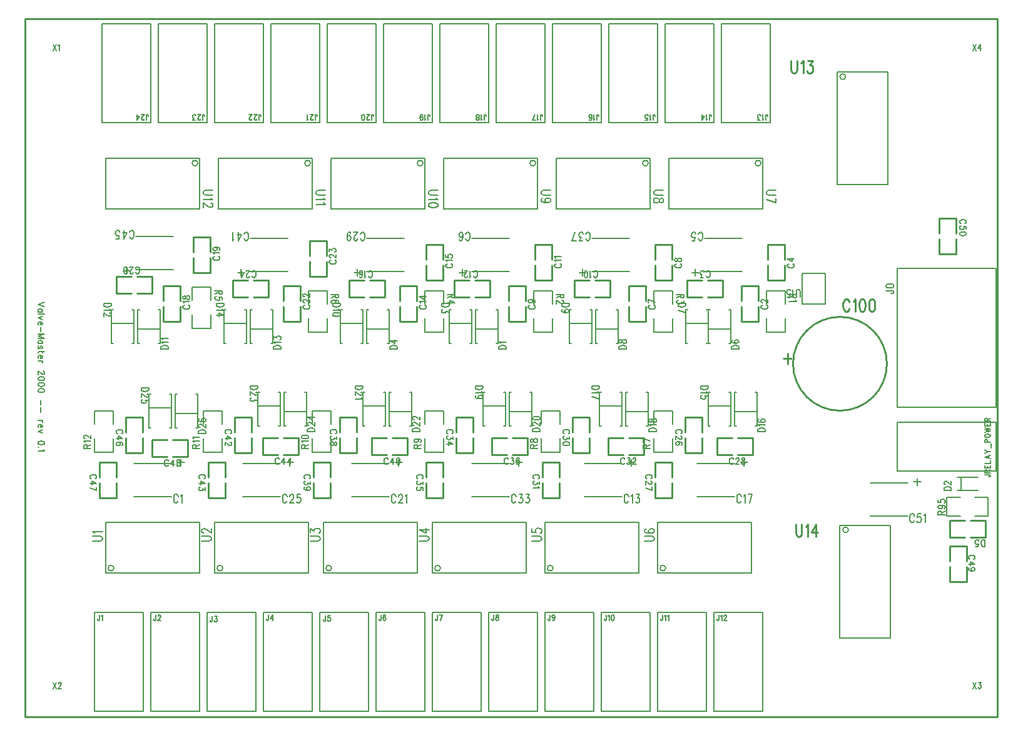
<source format=gto>
*
*
G04 PADS VX.1.1 Build Number: 678707 generated Gerber (RS-274-X) file*
G04 PC Version=2.1*
*
%IN "VM2000.pcb"*%
*
%MOIN*%
*
%FSLAX35Y35*%
*
*
*
*
G04 PC Standard Apertures*
*
*
G04 Thermal Relief Aperture macro.*
%AMTER*
1,1,$1,0,0*
1,0,$1-$2,0,0*
21,0,$3,$4,0,0,45*
21,0,$3,$4,0,0,135*
%
*
*
G04 Annular Aperture macro.*
%AMANN*
1,1,$1,0,0*
1,0,$2,0,0*
%
*
*
G04 Odd Aperture macro.*
%AMODD*
1,1,$1,0,0*
1,0,$1-0.005,0,0*
%
*
*
G04 PC Custom Aperture Macros*
*
*
*
*
*
*
G04 PC Aperture Table*
*
%ADD010C,0.008*%
%ADD011C,0.01*%
%ADD035C,0.006*%
%ADD071C,0.005*%
%ADD089C,0.007*%
%ADD090C,0.001*%
*
*
*
*
G04 PC Circuitry*
G04 Layer Name VM2000.pcb - circuitry*
%LPD*%
*
*
G04 PC Custom Flashes*
G04 Layer Name VM2000.pcb - flashes*
%LPD*%
*
*
G04 PC Circuitry*
G04 Layer Name VM2000.pcb - circuitry*
%LPD*%
*
G54D10*
G01X309978Y193543D02*
X313728D01*
X314478Y193725*
X314978Y194089*
X315228Y194634*
Y194998*
X314978Y195543*
X314478Y195907*
X313728Y196089*
X309978*
Y199543D02*
X313478Y197725D01*
Y200452*
X309978Y199543D02*
X315228D01*
X380022Y380457D02*
X376272D01*
X375522Y380275*
X375022Y379911*
X374772Y379366*
Y379002*
X375022Y378457*
X375522Y378093*
X376272Y377911*
X380022*
X378272Y373911D02*
X377522Y374093D01*
X377022Y374457*
X376772Y375002*
Y375184*
X377022Y375729*
X377522Y376093*
X378272Y376275*
X378522*
X379272Y376093*
X379772Y375729*
X380022Y375184*
Y375002*
X379772Y374457*
X379272Y374093*
X378272Y373911*
X377022*
X375772Y374093*
X375022Y374457*
X374772Y375002*
Y375366*
X375022Y375911*
X375522Y376093*
X500022Y380457D02*
X496272D01*
X495522Y380275*
X495022Y379911*
X494772Y379366*
Y379002*
X495022Y378457*
X495522Y378093*
X496272Y377911*
X500022*
Y373729D02*
X494772Y375548D01*
X500022Y376275D02*
Y373729D01*
X440022Y380457D02*
X436272D01*
X435522Y380275*
X435022Y379911*
X434772Y379366*
Y379002*
X435022Y378457*
X435522Y378093*
X436272Y377911*
X440022*
Y375366D02*
X439772Y375911D01*
X439272Y376093*
X438772*
X438272Y375911*
X438022Y375548*
X437772Y374820*
X437522Y374275*
X437022Y373911*
X436522Y373729*
X435772*
X435272Y373911*
X435022Y374093*
X434772Y374639*
Y375366*
X435022Y375911*
X435272Y376093*
X435772Y376275*
X436522*
X437022Y376093*
X437522Y375729*
X437772Y375184*
X438022Y374457*
X438272Y374093*
X438772Y373911*
X439272*
X439772Y374093*
X440022Y374639*
Y375366*
X251978Y193543D02*
X255728D01*
X256478Y193725*
X256978Y194089*
X257228Y194634*
Y194998*
X256978Y195543*
X256478Y195907*
X255728Y196089*
X251978*
Y198089D02*
Y200089D01*
X253978Y198998*
Y199543*
X254228Y199907*
X254478Y200089*
X255228Y200271*
X255728*
X256478Y200089*
X256978Y199725*
X257228Y199180*
Y198634*
X256978Y198089*
X256728Y197907*
X256228Y197725*
X429978Y193543D02*
X433728D01*
X434478Y193725*
X434978Y194089*
X435228Y194634*
Y194998*
X434978Y195543*
X434478Y195907*
X433728Y196089*
X429978*
X430728Y199907D02*
X430228Y199725D01*
X429978Y199180*
Y198816*
X430228Y198271*
X430978Y197907*
X432228Y197725*
X433478*
X434478Y197907*
X434978Y198271*
X435228Y198816*
Y198998*
X434978Y199543*
X434478Y199907*
X433728Y200089*
X433478*
X432728Y199907*
X432228Y199543*
X431978Y198998*
Y198816*
X432228Y198271*
X432728Y197907*
X433478Y197725*
X135978Y193543D02*
X139728D01*
X140478Y193725*
X140978Y194089*
X141228Y194634*
Y194998*
X140978Y195543*
X140478Y195907*
X139728Y196089*
X135978*
X136978Y197725D02*
X136728Y198089D01*
X135978Y198634*
X141228*
X193978Y193543D02*
X197728D01*
X198478Y193725*
X198978Y194089*
X199228Y194634*
Y194998*
X198978Y195543*
X198478Y195907*
X197728Y196089*
X193978*
X195228Y197907D02*
X194978D01*
X194478Y198089*
X194228Y198271*
X193978Y198634*
Y199361*
X194228Y199725*
X194478Y199907*
X194978Y200089*
X195478*
X195978Y199907*
X196728Y199543*
X199228Y197725*
Y200271*
X369978Y193543D02*
X373728D01*
X374478Y193725*
X374978Y194089*
X375228Y194634*
Y194998*
X374978Y195543*
X374478Y195907*
X373728Y196089*
X369978*
Y200089D02*
Y198271D01*
X372228Y198089*
X371978Y198271*
X371728Y198816*
Y199361*
X371978Y199907*
X372478Y200271*
X373228Y200452*
X373728Y200271*
X374478Y200089*
X374978Y199725*
X375228Y199180*
Y198634*
X374978Y198089*
X374728Y197907*
X374228Y197725*
X320022Y380457D02*
X316272D01*
X315522Y380275*
X315022Y379911*
X314772Y379366*
Y379002*
X315022Y378457*
X315522Y378093*
X316272Y377911*
X320022*
X319022Y376275D02*
X319272Y375911D01*
X320022Y375366*
X314772*
X320022Y372639D02*
X319772Y373184D01*
X319022Y373548*
X317772Y373729*
X317022*
X315772Y373548*
X315022Y373184*
X314772Y372639*
Y372275*
X315022Y371729*
X315772Y371366*
X317022Y371184*
X317772*
X319022Y371366*
X319772Y371729*
X320022Y372275*
Y372639*
X260022Y380457D02*
X256272D01*
X255522Y380275*
X255022Y379911*
X254772Y379366*
Y379002*
X255022Y378457*
X255522Y378093*
X256272Y377911*
X260022*
X259022Y376275D02*
X259272Y375911D01*
X260022Y375366*
X254772*
X259022Y373729D02*
X259272Y373366D01*
X260022Y372820*
X254772*
X200022Y380457D02*
X196272D01*
X195522Y380275*
X195022Y379911*
X194772Y379366*
Y379002*
X195022Y378457*
X195522Y378093*
X196272Y377911*
X200022*
X199022Y376275D02*
X199272Y375911D01*
X200022Y375366*
X194772*
X198772Y373548D02*
X199022D01*
X199522Y373366*
X199772Y373184*
X200022Y372820*
Y372093*
X199772Y371729*
X199522Y371548*
X199022Y371366*
X198522*
X198022Y371548*
X197272Y371911*
X194772Y373729*
Y371184*
G54D11*
X173500Y318500D02*
Y310500D01*
X182500*
Y318500*
X173500Y321500D02*
Y329500D01*
X182500*
Y321500*
X159500Y325500D02*
X167500D01*
Y334500*
X159500*
X156500Y325500D02*
X148500D01*
Y334500*
X156500*
X421500Y318500D02*
Y310500D01*
X430500*
Y318500*
X421500Y321500D02*
Y329500D01*
X430500*
Y321500*
X357500Y318500D02*
Y310500D01*
X366500*
Y318500*
X357500Y321500D02*
Y329500D01*
X366500*
Y321500*
X299500Y318500D02*
Y310500D01*
X308500*
Y318500*
X299500Y321500D02*
Y329500D01*
X308500*
Y321500*
X237500Y318500D02*
Y310500D01*
X246500*
Y318500*
X237500Y321500D02*
Y329500D01*
X246500*
Y321500*
X221500Y323500D02*
X229500D01*
Y332500*
X221500*
X218500Y323500D02*
X210500D01*
Y332500*
X218500*
X506045Y293625D02*
Y288000D01*
X504000Y290813D02*
X508091D01*
X559000Y288000D02*
G75*
G03X559000I-25000J0D01*
G01X495500Y340500D02*
Y332500D01*
X504500*
Y340500*
X495500Y343500D02*
Y351500D01*
X504500*
Y343500*
X596000Y357500D02*
Y365500D01*
X587000*
Y357500*
X596000Y354500D02*
Y346500D01*
X587000*
Y354500*
X322500Y227500D02*
Y235500D01*
X313500*
Y227500*
X322500Y224500D02*
Y216500D01*
X313500*
Y224500*
X356500Y248500D02*
X348500D01*
Y239500*
X356500*
X359500Y248500D02*
X367500D01*
Y239500*
X359500*
X339500Y323500D02*
X347500D01*
Y332500*
X339500*
X336500Y323500D02*
X328500D01*
Y332500*
X336500*
X481500Y318500D02*
Y310500D01*
X490500*
Y318500*
X481500Y321500D02*
Y329500D01*
X490500*
Y321500*
X175500Y247500D02*
X167500D01*
Y238500*
X175500*
X178500Y247500D02*
X186500D01*
Y238500*
X178500*
X162500Y251500D02*
Y259500D01*
X153500*
Y251500*
X162500Y248500D02*
Y240500D01*
X153500*
Y248500*
X220500Y251500D02*
Y259500D01*
X211500*
Y251500*
X220500Y248500D02*
Y240500D01*
X211500*
Y248500*
X234500D02*
X226500D01*
Y239500*
X234500*
X237500Y248500D02*
X245500D01*
Y239500*
X237500*
X292500Y248500D02*
X284500D01*
Y239500*
X292500*
X295500Y248500D02*
X303500D01*
Y239500*
X295500*
X418500Y248500D02*
X410500D01*
Y239500*
X418500*
X421500Y248500D02*
X429500D01*
Y239500*
X421500*
X400500Y251500D02*
Y259500D01*
X391500*
Y251500*
X400500Y248500D02*
Y240500D01*
X391500*
Y248500*
X476500D02*
X468500D01*
Y239500*
X476500*
X479500Y248500D02*
X487500D01*
Y239500*
X479500*
X460500Y251500D02*
Y259500D01*
X451500*
Y251500*
X460500Y248500D02*
Y240500D01*
X451500*
Y248500*
X276500Y251500D02*
Y259500D01*
X267500*
Y251500*
X276500Y248500D02*
Y240500D01*
X267500*
Y248500*
X338500Y251500D02*
Y259500D01*
X329500*
Y251500*
X338500Y248500D02*
Y240500D01*
X329500*
Y248500*
X463500Y323500D02*
X471500D01*
Y332500*
X463500*
X460500Y323500D02*
X452500D01*
Y332500*
X460500*
X435500Y340500D02*
Y332500D01*
X444500*
Y340500*
X435500Y343500D02*
Y351500D01*
X444500*
Y343500*
X403500Y323500D02*
X411500D01*
Y332500*
X403500*
X400500Y323500D02*
X392500D01*
Y332500*
X400500*
X371500Y340500D02*
Y332500D01*
X380500*
Y340500*
X371500Y343500D02*
Y351500D01*
X380500*
Y343500*
X313500Y340500D02*
Y332500D01*
X322500*
Y340500*
X313500Y343500D02*
Y351500D01*
X322500*
Y343500*
X283500Y323500D02*
X291500D01*
Y332500*
X283500*
X280500Y323500D02*
X272500D01*
Y332500*
X280500*
X189500Y344500D02*
Y336500D01*
X198500*
Y344500*
X189500Y347500D02*
Y355500D01*
X198500*
Y347500*
X251500Y342500D02*
Y334500D01*
X260500*
Y342500*
X251500Y345500D02*
Y353500D01*
X260500*
Y345500*
X444500Y227500D02*
Y235500D01*
X435500*
Y227500*
X444500Y224500D02*
Y216500D01*
X435500*
Y224500*
X384500Y227500D02*
Y235500D01*
X375500*
Y227500*
X384500Y224500D02*
Y216500D01*
X375500*
Y224500*
X262500Y227500D02*
Y235500D01*
X253500*
Y227500*
X262500Y224500D02*
Y216500D01*
X253500*
Y224500*
X206500Y227500D02*
Y235500D01*
X197500*
Y227500*
X206500Y224500D02*
Y216500D01*
X197500*
Y224500*
X148500Y227500D02*
Y235500D01*
X139500*
Y227500*
X148500Y224500D02*
Y216500D01*
X139500*
Y224500*
X601500Y183000D02*
Y191000D01*
X592500*
Y183000*
X601500Y180000D02*
Y172000D01*
X592500*
Y180000*
X603500Y195500D02*
X611500D01*
Y204500*
X603500*
X600500Y195500D02*
X592500D01*
Y204500*
X600500*
X538984Y320953D02*
X538757Y321578D01*
X538302Y322203*
X537848Y322515*
X536938*
X536484Y322203*
X536029Y321578*
X535802Y320953*
X535575Y320015*
Y318453*
X535802Y317515*
X536029Y316890*
X536484Y316265*
X536938Y315953*
X537848*
X538302Y316265*
X538757Y316890*
X538984Y317515*
X541029Y321265D02*
X541484Y321578D01*
X542166Y322515*
Y315953*
X545575Y322515D02*
X544893Y322203D01*
X544438Y321265*
X544211Y319703*
Y318765*
X544438Y317203*
X544893Y316265*
X545575Y315953*
X546029*
X546711Y316265*
X547166Y317203*
X547393Y318765*
Y319703*
X547166Y321265*
X546711Y322203*
X546029Y322515*
X545575*
X550802D02*
X550120Y322203D01*
X549666Y321265*
X549438Y319703*
Y318765*
X549666Y317203*
X550120Y316265*
X550802Y315953*
X551257*
X551938Y316265*
X552393Y317203*
X552620Y318765*
Y319703*
X552393Y321265*
X551938Y322203*
X551257Y322515*
X550802*
X508000Y449562D02*
Y444875D01*
X508227Y443937*
X508227D02*
X508682Y443312D01*
X508682D02*
X509364Y443000D01*
X509818*
X510500Y443312*
X510500D02*
X510955Y443937D01*
X510955D02*
X511182Y444875D01*
Y449562*
X513227Y448312D02*
X513682Y448625D01*
X514364Y449562*
X514364D02*
Y443000D01*
X516864Y449562D02*
X519364D01*
X519364D02*
X518000Y447062D01*
X518000D02*
X518682D01*
X518682D02*
X519136Y446750D01*
X519364Y446437*
X519364D02*
X519591Y445500D01*
Y444875*
X519364Y443937*
X519364D02*
X518909Y443312D01*
X518909D02*
X518227Y443000D01*
X517545*
X516864Y443312*
X516864D02*
X516636Y443625D01*
X516409Y444250*
X510500Y202562D02*
Y197875D01*
X510727Y196937*
X510727D02*
X511182Y196312D01*
X511182D02*
X511864Y196000D01*
X512318*
X513000Y196312*
X513000D02*
X513455Y196937D01*
X513455D02*
X513682Y197875D01*
Y202562*
X515727Y201312D02*
X516182Y201625D01*
X516864Y202562*
X516864D02*
Y196000D01*
X521182Y202562D02*
X518909Y198187D01*
X518909D02*
X522318D01*
X521182Y202562D02*
Y196000D01*
X100000Y100000D02*
Y472000D01*
X618000*
Y100000*
X100000*
G54D35*
X570157Y224408D02*
X550157D01*
X570157Y206908D02*
X550157D01*
X577032Y225033D02*
X573282D01*
X575157Y226908D02*
Y223158D01*
X564500Y231000D02*
Y257000D01*
X617100*
Y231000*
X564500*
X598250Y217000D02*
X591000D01*
Y207000*
X598250*
X605750Y217000D02*
X613000D01*
Y207000*
X605750*
X596500Y227500D02*
X607500D01*
X596500Y220500D02*
X607500D01*
X598500Y227500D02*
Y220500D01*
X526250Y336100D02*
X513750D01*
Y319900*
X526250*
Y336100*
X347000Y155500D02*
X373000D01*
Y102900*
X347000*
Y155500*
X159000Y338250D02*
X179000D01*
X159000Y355750D02*
X179000D01*
X152125Y337625D02*
X155875D01*
X154000Y335750D02*
Y339500D01*
X465000Y299000D02*
X464000D01*
Y317000*
X465000*
X475000Y299000D02*
X476000D01*
Y317000*
X475000*
X464000Y306500D02*
X476000D01*
X405000Y299000D02*
X404000D01*
Y317000*
X405000*
X415000Y299000D02*
X416000D01*
Y317000*
X415000*
X404000Y306500D02*
X416000D01*
X221000Y299000D02*
X220000D01*
Y317000*
X221000*
X231000Y299000D02*
X232000D01*
Y317000*
X231000*
X220000Y306500D02*
X232000D01*
X341000Y299000D02*
X340000D01*
Y317000*
X341000*
X351000Y299000D02*
X352000D01*
Y317000*
X351000*
X340000Y306500D02*
X352000D01*
X283000Y299000D02*
X282000D01*
Y317000*
X283000*
X293000Y299000D02*
X294000D01*
Y317000*
X293000*
X282000Y306500D02*
X294000D01*
X407000Y416500D02*
X381000D01*
Y469100*
X407000*
Y416500*
X467000D02*
X441000D01*
Y469100*
X467000*
Y416500*
X347000D02*
X321000D01*
Y469100*
X347000*
Y416500*
X437000Y155500D02*
X463000D01*
Y102900*
X437000*
Y155500*
X257000D02*
X283000D01*
Y102900*
X257000*
Y155500*
X317000D02*
X343000D01*
Y102900*
X317000*
Y155500*
X282000Y337250D02*
X302000D01*
X282000Y354750D02*
X302000D01*
X275125Y336625D02*
X278875D01*
X277000Y334750D02*
Y338500D01*
X462000Y337250D02*
X482000D01*
X462000Y354750D02*
X482000D01*
X455125Y336625D02*
X458875D01*
X457000Y334750D02*
Y338500D01*
X338000Y337250D02*
X358000D01*
X338000Y354750D02*
X358000D01*
X331125Y336625D02*
X334875D01*
X333000Y334750D02*
Y338500D01*
X279000Y317000D02*
X280000D01*
Y299000*
X279000*
X269000Y317000D02*
X268000D01*
Y299000*
X269000*
X280000Y309500D02*
X268000D01*
X161000Y299000D02*
X160000D01*
Y317000*
X161000*
X171000Y299000D02*
X172000D01*
Y317000*
X171000*
X160000Y306500D02*
X172000D01*
X157000Y317000D02*
X158000D01*
Y299000*
X157000*
X147000Y317000D02*
X146000D01*
Y299000*
X147000*
X158000Y309500D02*
X146000D01*
X295000Y255000D02*
X294000D01*
Y273000*
X295000*
X305000Y255000D02*
X306000D01*
Y273000*
X305000*
X294000Y262500D02*
X306000D01*
X253000Y248250D02*
Y241000D01*
X263000*
Y248250*
X253000Y255750D02*
Y263000D01*
X263000*
Y255750*
X239000Y255000D02*
X238000D01*
Y273000*
X239000*
X249000Y255000D02*
X250000D01*
Y273000*
X249000*
X238000Y262500D02*
X250000D01*
X359000Y255000D02*
X358000D01*
Y273000*
X359000*
X369000Y255000D02*
X370000D01*
Y273000*
X369000*
X358000Y262500D02*
X370000D01*
X235000Y273000D02*
X236000D01*
Y255000*
X235000*
X225000Y273000D02*
X224000D01*
Y255000*
X225000*
X236000Y265500D02*
X224000D01*
X291000Y273000D02*
X292000D01*
Y255000*
X291000*
X281000Y273000D02*
X280000D01*
Y255000*
X281000*
X292000Y265500D02*
X280000D01*
X475000Y273000D02*
X476000D01*
Y255000*
X475000*
X465000Y273000D02*
X464000D01*
Y255000*
X465000*
X476000Y265500D02*
X464000D01*
X417000Y273000D02*
X418000D01*
Y255000*
X417000*
X407000Y273000D02*
X406000D01*
Y255000*
X407000*
X418000Y265500D02*
X406000D01*
X355000Y273000D02*
X356000D01*
Y255000*
X355000*
X345000Y273000D02*
X344000D01*
Y255000*
X345000*
X356000Y265500D02*
X344000D01*
X375000Y248250D02*
Y241000D01*
X385000*
Y248250*
X375000Y255750D02*
Y263000D01*
X385000*
Y255750*
X178000Y234750D02*
X158000D01*
X178000Y217250D02*
X158000D01*
X184875Y235375D02*
X181125D01*
X183000Y237250D02*
Y233500D01*
X177000Y272000D02*
X178000D01*
Y254000*
X177000*
X167000Y272000D02*
X166000D01*
Y254000*
X167000*
X178000Y264500D02*
X166000D01*
X236000Y234750D02*
X216000D01*
X236000Y217250D02*
X216000D01*
X242875Y235375D02*
X239125D01*
X241000Y237250D02*
Y233500D01*
X294000Y234750D02*
X274000D01*
X294000Y217250D02*
X274000D01*
X300875Y235375D02*
X297125D01*
X299000Y237250D02*
Y233500D01*
X478000Y234750D02*
X458000D01*
X478000Y217250D02*
X458000D01*
X484875Y235375D02*
X481125D01*
X483000Y237250D02*
Y233500D01*
X479000Y255000D02*
X478000D01*
Y273000*
X479000*
X489000Y255000D02*
X490000D01*
Y273000*
X489000*
X478000Y262500D02*
X490000D01*
X435000Y248250D02*
Y241000D01*
X445000*
Y248250*
X435000Y255750D02*
Y263000D01*
X445000*
Y255750*
X220000Y337250D02*
X240000D01*
X220000Y354750D02*
X240000D01*
X213125Y336625D02*
X216875D01*
X215000Y334750D02*
Y338500D01*
X377000Y155500D02*
X403000D01*
Y102900*
X377000*
Y155500*
X418000Y234750D02*
X398000D01*
X418000Y217250D02*
X398000D01*
X424875Y235375D02*
X421125D01*
X423000Y237250D02*
Y233500D01*
X358000Y234750D02*
X338000D01*
X358000Y217250D02*
X338000D01*
X364875Y235375D02*
X361125D01*
X363000Y237250D02*
Y233500D01*
X402000Y337250D02*
X422000D01*
X402000Y354750D02*
X422000D01*
X395125Y336625D02*
X398875D01*
X397000Y334750D02*
Y338500D01*
X337000Y317000D02*
X338000D01*
Y299000*
X337000*
X327000Y317000D02*
X326000D01*
Y299000*
X327000*
X338000Y309500D02*
X326000D01*
X463000Y317000D02*
X464000D01*
Y299000*
X463000*
X453000Y317000D02*
X452000D01*
Y299000*
X453000*
X464000Y309500D02*
X452000D01*
X401000Y317000D02*
X402000D01*
Y299000*
X401000*
X391000Y317000D02*
X390000D01*
Y299000*
X391000*
X402000Y309500D02*
X390000D01*
X217000Y317000D02*
X218000D01*
Y299000*
X217000*
X207000Y317000D02*
X206000D01*
Y299000*
X207000*
X218000Y309500D02*
X206000D01*
X421000Y255000D02*
X420000D01*
Y273000*
X421000*
X431000Y255000D02*
X432000D01*
Y273000*
X431000*
X420000Y262500D02*
X432000D01*
X181000Y254000D02*
X180000D01*
Y272000*
X181000*
X191000Y254000D02*
X192000D01*
Y272000*
X191000*
X180000Y261500D02*
X192000D01*
X564500Y265000D02*
Y339000D01*
X617100*
Y265000*
X564500*
X137000Y155500D02*
X163000D01*
Y102900*
X137000*
Y155500*
X167000D02*
X193000D01*
Y102900*
X167000*
Y155500*
X197000D02*
X223000D01*
Y102900*
X197000*
Y155500*
X227000D02*
X253000D01*
Y102900*
X227000*
Y155500*
X287000D02*
X313000D01*
Y102900*
X287000*
Y155500*
X407000D02*
X433000D01*
Y102900*
X407000*
Y155500*
X467000D02*
X493000D01*
Y102900*
X467000*
Y155500*
X497000Y416500D02*
X471000D01*
Y469100*
X497000*
Y416500*
X437000D02*
X411000D01*
Y469100*
X437000*
Y416500*
X377000D02*
X351000D01*
Y469100*
X377000*
Y416500*
X317000D02*
X291000D01*
Y469100*
X317000*
Y416500*
X287000D02*
X261000D01*
Y469100*
X287000*
Y416500*
X257000D02*
X231000D01*
Y469100*
X257000*
Y416500*
X227000D02*
X201000D01*
Y469100*
X227000*
Y416500*
X197000D02*
X171000D01*
Y469100*
X197000*
Y416500*
X167000D02*
X141000D01*
Y469100*
X167000*
Y416500*
X505000Y319750D02*
Y327000D01*
X495000*
Y319750*
X505000Y312250D02*
Y305000D01*
X495000*
Y312250*
X381000Y319750D02*
Y327000D01*
X371000*
Y319750*
X381000Y312250D02*
Y305000D01*
X371000*
Y312250*
X445000Y319750D02*
Y327000D01*
X435000*
Y319750*
X445000Y312250D02*
Y305000D01*
X435000*
Y312250*
X323000Y319750D02*
Y327000D01*
X313000*
Y319750*
X323000Y312250D02*
Y305000D01*
X313000*
Y312250*
X199000Y321750D02*
Y329000D01*
X189000*
Y321750*
X199000Y314250D02*
Y307000D01*
X189000*
Y314250*
X261000Y319750D02*
Y327000D01*
X251000*
Y319750*
X261000Y312250D02*
Y305000D01*
X251000*
Y312250*
X313000Y248250D02*
Y241000D01*
X323000*
Y248250*
X313000Y255750D02*
Y263000D01*
X323000*
Y255750*
X195000Y248250D02*
Y241000D01*
X205000*
Y248250*
X195000Y255750D02*
Y263000D01*
X205000*
Y255750*
X137000Y248250D02*
Y241000D01*
X147000*
Y248250*
X137000Y255750D02*
Y263000D01*
X147000*
Y255750*
X573567Y206954D02*
X573408Y207391D01*
X573090Y207829*
X572772Y208047*
X572135*
X571817Y207829*
X571499Y207391*
X571340Y206954*
X571181Y206297*
Y205204*
X571340Y204547*
X571499Y204110*
X571817Y203672*
X572135Y203454*
X572772*
X573090Y203672*
X573408Y204110*
X573567Y204547*
X577067Y208047D02*
X575476D01*
X575317Y206079*
X575476Y206297*
X575953Y206516*
X576431*
X576908Y206297*
X577226Y205860*
X577385Y205204*
X577226Y204766*
X577067Y204110*
X576749Y203672*
X576272Y203454*
X575794*
X575317Y203672*
X575158Y203891*
X574999Y204329*
X578817Y207172D02*
X579135Y207391D01*
X579612Y208047*
Y203454*
X586251Y207669D02*
X590189D01*
X586251D02*
Y208897D01*
X586439Y209306*
X586626Y209442*
X587001Y209578*
X587376*
X587751Y209442*
X587939Y209306*
X588126Y208897*
Y207669*
Y208624D02*
X590189Y209578D01*
X587564Y212578D02*
X588126Y212442D01*
X588501Y212169*
X588689Y211760*
Y211624*
X588501Y211215*
X588126Y210942*
X587564Y210806*
X587376*
X586814Y210942*
X586439Y211215*
X586251Y211624*
Y211760*
X586439Y212169*
X586814Y212442*
X587564Y212578*
X588501*
X589439Y212442*
X590001Y212169*
X590189Y211760*
Y211487*
X590001Y211078*
X589626Y210942*
X586251Y215578D02*
Y214215D01*
X587939Y214078*
X587751Y214215*
X587564Y214624*
Y215033*
X587751Y215442*
X588126Y215715*
X588689Y215851*
X589064Y215715*
X589626Y215578*
X590001Y215306*
X590189Y214897*
Y214487*
X590001Y214078*
X589814Y213942*
X589439Y213806*
X589401Y220457D02*
X593339D01*
X589401D02*
Y221411D01*
X589589Y221820*
X589964Y222093*
X590339Y222229*
X590901Y222366*
X591839*
X592401Y222229*
X592776Y222093*
X593151Y221820*
X593339Y221411*
Y220457*
X590339Y223729D02*
X590151D01*
X589776Y223866*
X589589Y224002*
X589401Y224275*
Y224820*
X589589Y225093*
X589776Y225229*
X590151Y225366*
X590526*
X590901Y225229*
X591464Y224957*
X593339Y223593*
Y225502*
X512750Y323662D02*
Y326475D01*
X512614Y327037*
X512614D02*
X512341Y327412D01*
X512341D02*
X511932Y327600D01*
X511659*
X511250Y327412*
X511250D02*
X510977Y327037D01*
X510977D02*
X510841Y326475D01*
Y323662*
X509614Y324412D02*
X509341Y324225D01*
X508932Y323662*
X508932D02*
Y327600D01*
X505932Y323662D02*
X507295D01*
X507295D02*
X507432Y325350D01*
X507295Y325162*
X507295D02*
X506886Y324975D01*
X506477*
X506068Y325162*
X506068D02*
X505795Y325537D01*
X505795D02*
X505659Y326100D01*
X505795Y326475*
X505932Y327037*
X505932D02*
X506205Y327412D01*
X506205D02*
X506614Y327600D01*
X507023*
X507432Y327412*
X507432D02*
X507568Y327225D01*
X507705Y326850*
X155590Y355705D02*
X155749Y355267D01*
X156067Y354830*
X156385Y354611*
X157022*
X157340Y354830*
X157658Y355267*
X157817Y355705*
X157976Y356361*
Y357455*
X157817Y358111*
X157658Y358548*
X157340Y358986*
X157022Y359205*
X156385*
X156067Y358986*
X155749Y358548*
X155590Y358111*
X152567Y354611D02*
X154158Y357673D01*
X151772*
X152567Y354611D02*
Y359205D01*
X148272Y354611D02*
X149863D01*
X150022Y356580*
X149863Y356361*
X149385Y356142*
X148908*
X148431Y356361*
X148113Y356798*
X147954Y357455*
X148113Y357892*
X148272Y358548*
X148590Y358986*
X149067Y359205*
X149545*
X150022Y358986*
X150181Y358767*
X150340Y358330*
X476299Y295795D02*
X480236D01*
X476299D02*
Y296750D01*
X476486Y297159*
X476861Y297432*
X477236Y297568*
X477799Y297704*
X478736*
X479299Y297568*
X479674Y297432*
X480049Y297159*
X480236Y296750*
Y295795*
X476861Y300568D02*
X476486Y300432D01*
X476299Y300023*
Y299750*
X476486Y299341*
X477049Y299068*
X477986Y298932*
X478924*
X479674Y299068*
X480049Y299341*
X480236Y299750*
Y299886*
X480049Y300295*
X479674Y300568*
X479111Y300704*
X478924*
X478361Y300568*
X477986Y300295*
X477799Y299886*
Y299750*
X477986Y299341*
X478361Y299068*
X478924Y298932*
X416299Y295795D02*
X420236D01*
X416299D02*
Y296750D01*
X416486Y297159*
X416861Y297432*
X417236Y297568*
X417799Y297704*
X418736*
X419299Y297568*
X419674Y297432*
X420049Y297159*
X420236Y296750*
Y295795*
X416299Y299613D02*
X416486Y299204D01*
X416861Y299068*
X417236*
X417611Y299204*
X417799Y299477*
X417986Y300023*
X418174Y300432*
X418549Y300704*
X418924Y300841*
X419486*
X419861Y300704*
X420049Y300568*
X420236Y300159*
Y299613*
X420049Y299204*
X419861Y299068*
X419486Y298932*
X418924*
X418549Y299068*
X418174Y299341*
X417986Y299750*
X417799Y300295*
X417611Y300568*
X417236Y300704*
X416861*
X416486Y300568*
X416299Y300159*
Y299613*
X232299Y295795D02*
X236236D01*
X232299D02*
Y296750D01*
X232486Y297159*
X232861Y297432*
X233236Y297568*
X233799Y297704*
X234736*
X235299Y297568*
X235674Y297432*
X236049Y297159*
X236236Y296750*
Y295795*
X233049Y298932D02*
X232861Y299204D01*
X232299Y299613*
X236236*
X232299Y301113D02*
Y302613D01*
X233799Y301795*
Y302204*
X233986Y302477*
X234174Y302613*
X234736Y302750*
X235111*
X235674Y302613*
X236049Y302341*
X236236Y301932*
Y301523*
X236049Y301113*
X235861Y300977*
X235486Y300841*
X352299Y295795D02*
X356236D01*
X352299D02*
Y296750D01*
X352486Y297159*
X352861Y297432*
X353236Y297568*
X353799Y297704*
X354736*
X355299Y297568*
X355674Y297432*
X356049Y297159*
X356236Y296750*
Y295795*
X353049Y298932D02*
X352861Y299204D01*
X352299Y299613*
X356236*
X294299Y295795D02*
X298236D01*
X294299D02*
Y296750D01*
X294486Y297159*
X294861Y297432*
X295236Y297568*
X295799Y297704*
X296736*
X297299Y297568*
X297674Y297432*
X298049Y297159*
X298236Y296750*
Y295795*
X294299Y300295D02*
X296924Y298932D01*
Y300977*
X294299Y300295D02*
X298236D01*
X184843Y319196D02*
X184505Y319059D01*
X184168Y318787*
X183999Y318514*
Y317969*
X184168Y317696*
X184505Y317423*
X184843Y317287*
X185349Y317150*
X186193*
X186699Y317287*
X187036Y317423*
X187374Y317696*
X187543Y317969*
Y318514*
X187374Y318787*
X187036Y319059*
X186699Y319196*
X184674Y320423D02*
X184505Y320696D01*
X183999Y321105*
X187543*
X183999Y323014D02*
X184168Y322605D01*
X184505Y322469*
X184843*
X185180Y322605*
X185349Y322878*
X185518Y323423*
X185686Y323832*
X186024Y324105*
X186361Y324241*
X186868*
X187205Y324105*
X187374Y323969*
X187543Y323559*
Y323014*
X187374Y322605*
X187205Y322469*
X186868Y322332*
X186361*
X186024Y322469*
X185686Y322741*
X185518Y323150*
X185349Y323696*
X185180Y323969*
X184843Y324105*
X184505*
X184168Y323969*
X183999Y323559*
Y323014*
X158804Y336843D02*
X158941Y336505D01*
X159213Y336168*
X159486Y335999*
X160031*
X160304Y336168*
X160577Y336505*
X160713Y336843*
X160850Y337349*
Y338193*
X160713Y338699*
X160577Y339036*
X160304Y339374*
X160031Y339543*
X159486*
X159213Y339374*
X158941Y339036*
X158804Y338699*
X157441Y336843D02*
Y336674D01*
X157304Y336336*
X157168Y336168*
X156895Y335999*
X156350*
X156077Y336168*
X155941Y336336*
X155804Y336674*
Y337011*
X155941Y337349*
X156213Y337855*
X157577Y339543*
X155668*
X153622Y335999D02*
X154031Y336168D01*
X154304Y336674*
X154441Y337518*
Y338024*
X154304Y338868*
X154031Y339374*
X153622Y339543*
X153350*
X152941Y339374*
X152668Y338868*
X152531Y338024*
Y337518*
X152668Y336674*
X152941Y336168*
X153350Y335999*
X153622*
X432843Y319196D02*
X432505Y319059D01*
X432168Y318787*
X431999Y318514*
Y317969*
X432168Y317696*
X432505Y317423*
X432843Y317287*
X433349Y317150*
X434193*
X434699Y317287*
X435036Y317423*
X435374Y317696*
X435543Y317969*
Y318514*
X435374Y318787*
X435036Y319059*
X434699Y319196*
X431999Y322332D02*
X435543Y320969D01*
X431999Y320423D02*
Y322332D01*
X368843Y319196D02*
X368505Y319059D01*
X368168Y318787*
X367999Y318514*
Y317969*
X368168Y317696*
X368505Y317423*
X368843Y317287*
X369349Y317150*
X370193*
X370699Y317287*
X371036Y317423*
X371374Y317696*
X371543Y317969*
Y318514*
X371374Y318787*
X371036Y319059*
X370699Y319196*
X369180Y322196D02*
X369686Y322059D01*
X370024Y321787*
X370193Y321378*
Y321241*
X370024Y320832*
X369686Y320559*
X369180Y320423*
X369011*
X368505Y320559*
X368168Y320832*
X367999Y321241*
Y321378*
X368168Y321787*
X368505Y322059*
X369180Y322196*
X370024*
X370868Y322059*
X371374Y321787*
X371543Y321378*
Y321105*
X371374Y320696*
X371036Y320559*
X310843Y319196D02*
X310505Y319059D01*
X310168Y318787*
X309999Y318514*
Y317969*
X310168Y317696*
X310505Y317423*
X310843Y317287*
X311349Y317150*
X312193*
X312699Y317287*
X313036Y317423*
X313374Y317696*
X313543Y317969*
Y318514*
X313374Y318787*
X313036Y319059*
X312699Y319196*
X310674Y320423D02*
X310505Y320696D01*
X309999Y321105*
X313543*
X309999Y323696D02*
X312361Y322332D01*
Y324378*
X309999Y323696D02*
X313543D01*
X248843Y319196D02*
X248505Y319059D01*
X248168Y318787*
X247999Y318514*
Y317969*
X248168Y317696*
X248505Y317423*
X248843Y317287*
X249349Y317150*
X250193*
X250699Y317287*
X251036Y317423*
X251374Y317696*
X251543Y317969*
Y318514*
X251374Y318787*
X251036Y319059*
X250699Y319196*
X248843Y320559D02*
X248674D01*
X248336Y320696*
X248168Y320832*
X247999Y321105*
Y321650*
X248168Y321923*
X248336Y322059*
X248674Y322196*
X249011*
X249349Y322059*
X249855Y321787*
X251543Y320423*
Y322332*
X248843Y323696D02*
X248674D01*
X248336Y323832*
X248168Y323969*
X247999Y324241*
Y324787*
X248168Y325059*
X248336Y325196*
X248674Y325332*
X249011*
X249349Y325196*
X249855Y324923*
X251543Y323559*
Y325469*
X220804Y334843D02*
X220941Y334505D01*
X221213Y334168*
X221486Y333999*
X222031*
X222304Y334168*
X222577Y334505*
X222713Y334843*
X222850Y335349*
Y336193*
X222713Y336699*
X222577Y337036*
X222304Y337374*
X222031Y337543*
X221486*
X221213Y337374*
X220941Y337036*
X220804Y336699*
X219441Y334843D02*
Y334674D01*
X219304Y334336*
X219168Y334168*
X218895Y333999*
X218350*
X218077Y334168*
X217941Y334336*
X217804Y334674*
Y335011*
X217941Y335349*
X218213Y335855*
X219577Y337543*
X217668*
X215077Y333999D02*
X216441Y336361D01*
X214395*
X215077Y333999D02*
Y337543D01*
X278590Y354705D02*
X278749Y354267D01*
X279067Y353830*
X279385Y353611*
X280022*
X280340Y353830*
X280658Y354267*
X280817Y354705*
X280976Y355361*
Y356455*
X280817Y357111*
X280658Y357548*
X280340Y357986*
X280022Y358205*
X279385*
X279067Y357986*
X278749Y357548*
X278590Y357111*
X276999Y354705D02*
Y354486D01*
X276840Y354048*
X276681Y353830*
X276363Y353611*
X275726*
X275408Y353830*
X275249Y354048*
X275090Y354486*
Y354923*
X275249Y355361*
X275567Y356017*
X277158Y358205*
X274931*
X271431Y355142D02*
X271590Y355798D01*
X271908Y356236*
X272385Y356455*
X272545*
X273022Y356236*
X273340Y355798*
X273499Y355142*
Y354923*
X273340Y354267*
X273022Y353830*
X272545Y353611*
X272385*
X271908Y353830*
X271590Y354267*
X271431Y355142*
Y356236*
X271590Y357330*
X271908Y357986*
X272385Y358205*
X272704*
X273181Y357986*
X273340Y357548*
X458590Y354705D02*
X458749Y354267D01*
X459067Y353830*
X459385Y353611*
X460022*
X460340Y353830*
X460658Y354267*
X460817Y354705*
X460976Y355361*
Y356455*
X460817Y357111*
X460658Y357548*
X460340Y357986*
X460022Y358205*
X459385*
X459067Y357986*
X458749Y357548*
X458590Y357111*
X455090Y353611D02*
X456681D01*
X456840Y355580*
X456681Y355361*
X456204Y355142*
X455726*
X455249Y355361*
X454931Y355798*
X454772Y356455*
X454931Y356892*
X455090Y357548*
X455408Y357986*
X455885Y358205*
X456363*
X456840Y357986*
X456999Y357767*
X457158Y357330*
X506843Y341196D02*
X506505Y341059D01*
X506168Y340787*
X505999Y340514*
Y339969*
X506168Y339696*
X506505Y339423*
X506843Y339287*
X507349Y339150*
X508193*
X508699Y339287*
X509036Y339423*
X509374Y339696*
X509543Y339969*
Y340514*
X509374Y340787*
X509036Y341059*
X508699Y341196*
X505999Y343787D02*
X508361Y342423D01*
Y344469*
X505999Y343787D02*
X509543D01*
X334590Y354705D02*
X334749Y354267D01*
X335067Y353830*
X335385Y353611*
X336022*
X336340Y353830*
X336658Y354267*
X336817Y354705*
X336976Y355361*
Y356455*
X336817Y357111*
X336658Y357548*
X336340Y357986*
X336022Y358205*
X335385*
X335067Y357986*
X334749Y357548*
X334590Y357111*
X331249Y354267D02*
X331408Y353830D01*
X331885Y353611*
X332204*
X332681Y353830*
X332999Y354486*
X333158Y355580*
Y356673*
X332999Y357548*
X332681Y357986*
X332204Y358205*
X332045*
X331567Y357986*
X331249Y357548*
X331090Y356892*
Y356673*
X331249Y356017*
X331567Y355580*
X332045Y355361*
X332204*
X332681Y355580*
X332999Y356017*
X333158Y356673*
X267701Y320205D02*
X263764D01*
X267701D02*
Y319250D01*
X267514Y318841*
X267139Y318568*
X266764Y318432*
X266201Y318296*
X265264*
X264701Y318432*
X264326Y318568*
X263951Y318841*
X263764Y319250*
Y320205*
X266951Y317068D02*
X267139Y316796D01*
X267701Y316387*
X263764*
X267701Y314341D02*
X267514Y314750D01*
X266951Y315023*
X266014Y315159*
X265451*
X264514Y315023*
X263951Y314750*
X263764Y314341*
Y314068*
X263951Y313659*
X264514Y313387*
X265451Y313250*
X266014*
X266951Y313387*
X267514Y313659*
X267701Y314068*
Y314341*
X172299Y295795D02*
X176236D01*
X172299D02*
Y296750D01*
X172486Y297159*
X172861Y297432*
X173236Y297568*
X173799Y297704*
X174736*
X175299Y297568*
X175674Y297432*
X176049Y297159*
X176236Y296750*
Y295795*
X173049Y298932D02*
X172861Y299204D01*
X172299Y299613*
X176236*
X173049Y300841D02*
X172861Y301113D01*
X172299Y301523*
X176236*
X145701Y320205D02*
X141764D01*
X145701D02*
Y319250D01*
X145514Y318841*
X145139Y318568*
X144764Y318432*
X144201Y318296*
X143264*
X142701Y318432*
X142326Y318568*
X141951Y318841*
X141764Y319250*
Y320205*
X144951Y317068D02*
X145139Y316796D01*
X145701Y316387*
X141764*
X144764Y315023D02*
X144951D01*
X145326Y314887*
X145514Y314750*
X145701Y314477*
Y313932*
X145514Y313659*
X145326Y313523*
X144951Y313387*
X144576*
X144201Y313523*
X143639Y313796*
X141764Y315159*
Y313250*
X600406Y362710D02*
X600743Y362846D01*
X601081Y363119*
X601249Y363391*
Y363937*
X601081Y364210*
X600743Y364482*
X600406Y364619*
X599899Y364755*
X599056*
X598549Y364619*
X598212Y364482*
X597874Y364210*
X597706Y363937*
Y363391*
X597874Y363119*
X598212Y362846*
X598549Y362710*
X601249Y359710D02*
Y361073D01*
X599731Y361210*
X599899Y361073*
X600068Y360664*
Y360255*
X599899Y359846*
X599562Y359573*
X599056Y359437*
X598718Y359573*
X598212Y359710*
X597874Y359982*
X597706Y360391*
Y360801*
X597874Y361210*
X598043Y361346*
X598381Y361482*
X601249Y357391D02*
X601081Y357801D01*
X600574Y358073*
X599731Y358210*
X599224*
X598381Y358073*
X597874Y357801*
X597706Y357391*
Y357119*
X597874Y356710*
X598381Y356437*
X599224Y356301*
X599731*
X600574Y356437*
X601081Y356710*
X601249Y357119*
Y357391*
X311157Y226804D02*
X311495Y226941D01*
X311832Y227213*
X312001Y227486*
Y228031*
X311832Y228304*
X311495Y228577*
X311157Y228713*
X310651Y228850*
X309807*
X309301Y228713*
X308964Y228577*
X308626Y228304*
X308457Y228031*
Y227486*
X308626Y227213*
X308964Y226941*
X309301Y226804*
X312001Y225304D02*
Y223804D01*
X310651Y224622*
Y224213*
X310482Y223941*
X310314Y223804*
X309807Y223668*
X309470*
X308964Y223804*
X308626Y224077*
X308457Y224486*
Y224895*
X308626Y225304*
X308795Y225441*
X309132Y225577*
X312001Y220668D02*
Y222031D01*
X310482Y222168*
X310651Y222031*
X310820Y221622*
Y221213*
X310651Y220804*
X310314Y220531*
X309807Y220395*
X309470Y220531*
X308964Y220668*
X308626Y220941*
X308457Y221350*
Y221759*
X308626Y222168*
X308795Y222304*
X309132Y222441*
X306299Y251795D02*
X310236D01*
X306299D02*
Y252750D01*
X306486Y253159*
X306861Y253432*
X307236Y253568*
X307799Y253704*
X308736*
X309299Y253568*
X309674Y253432*
X310049Y253159*
X310236Y252750*
Y251795*
X307236Y255068D02*
X307049D01*
X306674Y255204*
X306486Y255341*
X306299Y255613*
Y256159*
X306486Y256432*
X306674Y256568*
X307049Y256704*
X307424*
X307799Y256568*
X308361Y256295*
X310236Y254932*
Y256841*
X307236Y258204D02*
X307049D01*
X306674Y258341*
X306486Y258477*
X306299Y258750*
Y259295*
X306486Y259568*
X306674Y259704*
X307049Y259841*
X307424*
X307799Y259704*
X308361Y259432*
X310236Y258068*
Y259977*
X247062Y243000D02*
X251000D01*
X247062D02*
Y244227D01*
X247062D02*
X247250Y244636D01*
X247437Y244773*
X247437D02*
X247812Y244909D01*
X247812D02*
X248187D01*
X248187D02*
X248562Y244773D01*
X248562D02*
X248750Y244636D01*
X248937Y244227*
X248937D02*
Y243000D01*
Y243955D02*
X251000Y244909D01*
X247812Y246136D02*
X247625Y246409D01*
X247062Y246818*
X247062D02*
X251000D01*
X247062Y248864D02*
X247250Y248455D01*
X247812Y248182*
X247812D02*
X248750Y248045D01*
X249312*
X249312D02*
X250250Y248182D01*
X250812Y248455*
X250812D02*
X251000Y248864D01*
Y249136*
X250812Y249545*
X250812D02*
X250250Y249818D01*
X249312Y249955*
X249312D02*
X248750D01*
X247812Y249818*
X247812D02*
X247250Y249545D01*
X247062Y249136*
X247062D02*
Y248864D01*
X250299Y251795D02*
X254236D01*
X250299D02*
Y252750D01*
X250486Y253159*
X250861Y253432*
X251236Y253568*
X251799Y253704*
X252736*
X253299Y253568*
X253674Y253432*
X254049Y253159*
X254236Y252750*
Y251795*
X251236Y255068D02*
X251049D01*
X250674Y255204*
X250486Y255341*
X250299Y255613*
Y256159*
X250486Y256432*
X250674Y256568*
X251049Y256704*
X251424*
X251799Y256568*
X252361Y256295*
X254236Y254932*
Y256841*
X250299Y259432D02*
X252924Y258068D01*
Y260113*
X250299Y259432D02*
X254236D01*
X357196Y237157D02*
X357059Y237495D01*
X356787Y237832*
X356514Y238001*
X355969*
X355696Y237832*
X355423Y237495*
X355287Y237157*
X355150Y236651*
Y235807*
X355287Y235301*
X355423Y234964*
X355696Y234626*
X355969Y234457*
X356514*
X356787Y234626*
X357059Y234964*
X357196Y235301*
X358696Y238001D02*
X360196D01*
X359378Y236651*
X359787*
X360059Y236482*
X360196Y236314*
X360332Y235807*
Y235470*
X360196Y234964*
X359923Y234626*
X359514Y234457*
X359105*
X358696Y234626*
X358559Y234795*
X358423Y235132*
X363196Y237495D02*
X363059Y237832D01*
X362650Y238001*
X362378*
X361969Y237832*
X361696Y237326*
X361559Y236482*
Y235639*
X361696Y234964*
X361969Y234626*
X362378Y234457*
X362514*
X362923Y234626*
X363196Y234964*
X363332Y235470*
Y235639*
X363196Y236145*
X362923Y236482*
X362514Y236651*
X362378*
X361969Y236482*
X361696Y236145*
X361559Y235639*
X370299Y251795D02*
X374236D01*
X370299D02*
Y252750D01*
X370486Y253159*
X370861Y253432*
X371236Y253568*
X371799Y253704*
X372736*
X373299Y253568*
X373674Y253432*
X374049Y253159*
X374236Y252750*
Y251795*
X371236Y255068D02*
X371049D01*
X370674Y255204*
X370486Y255341*
X370299Y255613*
Y256159*
X370486Y256432*
X370674Y256568*
X371049Y256704*
X371424*
X371799Y256568*
X372361Y256295*
X374236Y254932*
Y256841*
X370299Y258886D02*
X370486Y258477D01*
X371049Y258204*
X371986Y258068*
X372549*
X373486Y258204*
X374049Y258477*
X374236Y258886*
Y259159*
X374049Y259568*
X373486Y259841*
X372549Y259977*
X371986*
X371049Y259841*
X370486Y259568*
X370299Y259159*
Y258886*
X223701Y276205D02*
X219764D01*
X223701D02*
Y275250D01*
X223514Y274841*
X223139Y274568*
X222764Y274432*
X222201Y274296*
X221264*
X220701Y274432*
X220326Y274568*
X219951Y274841*
X219764Y275250*
Y276205*
X222764Y272932D02*
X222951D01*
X223326Y272796*
X223514Y272659*
X223701Y272387*
Y271841*
X223514Y271568*
X223326Y271432*
X222951Y271296*
X222576*
X222201Y271432*
X221639Y271705*
X219764Y273068*
Y271159*
X223701Y269659D02*
Y268159D01*
X222201Y268977*
Y268568*
X222014Y268296*
X221826Y268159*
X221264Y268023*
X220889*
X220326Y268159*
X219951Y268432*
X219764Y268841*
Y269250*
X219951Y269659*
X220139Y269796*
X220514Y269932*
X279701Y276205D02*
X275764D01*
X279701D02*
Y275250D01*
X279514Y274841*
X279139Y274568*
X278764Y274432*
X278201Y274296*
X277264*
X276701Y274432*
X276326Y274568*
X275951Y274841*
X275764Y275250*
Y276205*
X278764Y272932D02*
X278951D01*
X279326Y272796*
X279514Y272659*
X279701Y272387*
Y271841*
X279514Y271568*
X279326Y271432*
X278951Y271296*
X278576*
X278201Y271432*
X277639Y271705*
X275764Y273068*
Y271159*
X278951Y269932D02*
X279139Y269659D01*
X279701Y269250*
X275764*
X463701Y276205D02*
X459764D01*
X463701D02*
Y275250D01*
X463514Y274841*
X463139Y274568*
X462764Y274432*
X462201Y274296*
X461264*
X460701Y274432*
X460326Y274568*
X459951Y274841*
X459764Y275250*
Y276205*
X462951Y273068D02*
X463139Y272796D01*
X463701Y272387*
X459764*
X463701Y269387D02*
Y270750D01*
X462014Y270887*
X462201Y270750*
X462389Y270341*
Y269932*
X462201Y269523*
X461826Y269250*
X461264Y269114*
X460889Y269250*
X460326Y269387*
X459951Y269659*
X459764Y270068*
Y270477*
X459951Y270887*
X460139Y271023*
X460514Y271159*
X405701Y276205D02*
X401764D01*
X405701D02*
Y275250D01*
X405514Y274841*
X405139Y274568*
X404764Y274432*
X404201Y274296*
X403264*
X402701Y274432*
X402326Y274568*
X401951Y274841*
X401764Y275250*
Y276205*
X404951Y273068D02*
X405139Y272796D01*
X405701Y272387*
X401764*
X405701Y269250D02*
X401764Y270614D01*
X405701Y271159D02*
Y269250D01*
X343701Y276205D02*
X339764D01*
X343701D02*
Y275250D01*
X343514Y274841*
X343139Y274568*
X342764Y274432*
X342201Y274296*
X341264*
X340701Y274432*
X340326Y274568*
X339951Y274841*
X339764Y275250*
Y276205*
X342951Y273068D02*
X343139Y272796D01*
X343701Y272387*
X339764*
X342389Y269387D02*
X341826Y269523D01*
X341451Y269796*
X341264Y270205*
Y270341*
X341451Y270750*
X341826Y271023*
X342389Y271159*
X342576*
X343139Y271023*
X343514Y270750*
X343701Y270341*
Y270205*
X343514Y269796*
X343139Y269523*
X342389Y269387*
X341451*
X340514Y269523*
X339951Y269796*
X339764Y270205*
Y270477*
X339951Y270887*
X340326Y271023*
X369062Y243000D02*
X373000D01*
X369062D02*
Y244227D01*
X369062D02*
X369250Y244636D01*
X369437Y244773*
X369437D02*
X369812Y244909D01*
X369812D02*
X370187D01*
X370187D02*
X370562Y244773D01*
X370562D02*
X370750Y244636D01*
X370937Y244227*
X370937D02*
Y243000D01*
Y243955D02*
X373000Y244909D01*
X369062Y246818D02*
X369250Y246409D01*
X369625Y246273*
X370000*
X370375Y246409*
X370562Y246682*
X370562D02*
X370750Y247227D01*
X370937Y247636*
X370937D02*
X371312Y247909D01*
X371312D02*
X371687Y248045D01*
X371687D02*
X372250D01*
X372625Y247909*
X372812Y247773*
X372812D02*
X373000Y247364D01*
Y246818*
X372812Y246409*
X372812D02*
X372625Y246273D01*
X372250Y246136*
X371687*
X371687D02*
X371312Y246273D01*
X371312D02*
X370937Y246545D01*
X370937D02*
X370750Y246955D01*
X370562Y247500*
X370562D02*
X370375Y247773D01*
X370000Y247909*
X369625*
X369250Y247773*
X369062Y247364*
X369062D02*
Y246818D01*
X338804Y334843D02*
X338941Y334505D01*
X339213Y334168*
X339486Y333999*
X340031*
X340304Y334168*
X340577Y334505*
X340713Y334843*
X340850Y335349*
Y336193*
X340713Y336699*
X340577Y337036*
X340304Y337374*
X340031Y337543*
X339486*
X339213Y337374*
X338941Y337036*
X338804Y336699*
X337577Y334674D02*
X337304Y334505D01*
X336895Y333999*
Y337543*
X335531Y334843D02*
Y334674D01*
X335395Y334336*
X335259Y334168*
X334986Y333999*
X334441*
X334168Y334168*
X334031Y334336*
X333895Y334674*
Y335011*
X334031Y335349*
X334304Y335855*
X335668Y337543*
X333759*
X492843Y319196D02*
X492505Y319059D01*
X492168Y318787*
X491999Y318514*
Y317969*
X492168Y317696*
X492505Y317423*
X492843Y317287*
X493349Y317150*
X494193*
X494699Y317287*
X495036Y317423*
X495374Y317696*
X495543Y317969*
Y318514*
X495374Y318787*
X495036Y319059*
X494699Y319196*
X492843Y320559D02*
X492674D01*
X492336Y320696*
X492168Y320832*
X491999Y321105*
Y321650*
X492168Y321923*
X492336Y322059*
X492674Y322196*
X493011*
X493349Y322059*
X493855Y321787*
X495543Y320423*
Y322332*
X181410Y217295D02*
X181251Y217733D01*
X180933Y218170*
X180615Y218389*
X179978*
X179660Y218170*
X179342Y217733*
X179183Y217295*
X179024Y216639*
Y215545*
X179183Y214889*
X179342Y214452*
X179660Y214014*
X179978Y213795*
X180615*
X180933Y214014*
X181251Y214452*
X181410Y214889*
X182842Y217514D02*
X183160Y217733D01*
X183637Y218389*
Y213795*
X176196Y236157D02*
X176059Y236495D01*
X175787Y236832*
X175514Y237001*
X174969*
X174696Y236832*
X174423Y236495*
X174287Y236157*
X174150Y235651*
Y234807*
X174287Y234301*
X174423Y233964*
X174696Y233626*
X174969Y233457*
X175514*
X175787Y233626*
X176059Y233964*
X176196Y234301*
X178787Y237001D02*
X177423Y234639D01*
X179469*
X178787Y237001D02*
Y233457D01*
X181378Y237001D02*
X180969Y236832D01*
X180832Y236495*
Y236157*
X180969Y235820*
X181241Y235651*
X181787Y235482*
X182196Y235314*
X182469Y234976*
X182605Y234639*
Y234132*
X182469Y233795*
X182332Y233626*
X181923Y233457*
X181378*
X180969Y233626*
X180832Y233795*
X180696Y234132*
Y234639*
X180832Y234976*
X181105Y235314*
X181514Y235482*
X182059Y235651*
X182332Y235820*
X182469Y236157*
Y236495*
X182332Y236832*
X181923Y237001*
X181378*
X151157Y250804D02*
X151495Y250941D01*
X151832Y251213*
X152001Y251486*
Y252031*
X151832Y252304*
X151495Y252577*
X151157Y252713*
X150651Y252850*
X149807*
X149301Y252713*
X148964Y252577*
X148626Y252304*
X148457Y252031*
Y251486*
X148626Y251213*
X148964Y250941*
X149301Y250804*
X152001Y248213D02*
X149639Y249577D01*
Y247531*
X152001Y248213D02*
X148457D01*
X151495Y244668D02*
X151832Y244804D01*
X152001Y245213*
Y245486*
X151832Y245895*
X151326Y246168*
X150482Y246304*
X149639*
X148964Y246168*
X148626Y245895*
X148457Y245486*
Y245350*
X148626Y244941*
X148964Y244668*
X149470Y244531*
X149639*
X150145Y244668*
X150482Y244941*
X150651Y245350*
Y245486*
X150482Y245895*
X150145Y246168*
X149639Y246304*
X165701Y275205D02*
X161764D01*
X165701D02*
Y274250D01*
X165514Y273841*
X165139Y273568*
X164764Y273432*
X164201Y273296*
X163264*
X162701Y273432*
X162326Y273568*
X161951Y273841*
X161764Y274250*
Y275205*
X164764Y271932D02*
X164951D01*
X165326Y271796*
X165514Y271659*
X165701Y271387*
Y270841*
X165514Y270568*
X165326Y270432*
X164951Y270296*
X164576*
X164201Y270432*
X163639Y270705*
X161764Y272068*
Y270159*
X165701Y267159D02*
Y268523D01*
X164014Y268659*
X164201Y268523*
X164389Y268114*
Y267705*
X164201Y267296*
X163826Y267023*
X163264Y266887*
X162889Y267023*
X162326Y267159*
X161951Y267432*
X161764Y267841*
Y268250*
X161951Y268659*
X162139Y268796*
X162514Y268932*
X239410Y217295D02*
X239251Y217733D01*
X238933Y218170*
X238615Y218389*
X237978*
X237660Y218170*
X237342Y217733*
X237183Y217295*
X237024Y216639*
Y215545*
X237183Y214889*
X237342Y214452*
X237660Y214014*
X237978Y213795*
X238615*
X238933Y214014*
X239251Y214452*
X239410Y214889*
X241001Y217295D02*
Y217514D01*
X241160Y217952*
X241319Y218170*
X241637Y218389*
X242274*
X242592Y218170*
X242751Y217952*
X242910Y217514*
Y217077*
X242751Y216639*
X242433Y215983*
X240842Y213795*
X243069*
X246569Y218389D02*
X244978D01*
X244819Y216420*
X244978Y216639*
X245455Y216858*
X245933*
X246410Y216639*
X246728Y216202*
X246887Y215545*
X246728Y215108*
X246569Y214452*
X246251Y214014*
X245774Y213795*
X245296*
X244819Y214014*
X244660Y214233*
X244501Y214670*
X209157Y250804D02*
X209495Y250941D01*
X209832Y251213*
X210001Y251486*
Y252031*
X209832Y252304*
X209495Y252577*
X209157Y252713*
X208651Y252850*
X207807*
X207301Y252713*
X206964Y252577*
X206626Y252304*
X206457Y252031*
Y251486*
X206626Y251213*
X206964Y250941*
X207301Y250804*
X210001Y248213D02*
X207639Y249577D01*
Y247531*
X210001Y248213D02*
X206457D01*
X209157Y246168D02*
X209326D01*
X209664Y246031*
X209832Y245895*
X210001Y245622*
Y245077*
X209832Y244804*
X209664Y244668*
X209326Y244531*
X208989*
X208651Y244668*
X208145Y244941*
X206457Y246304*
Y244395*
X235196Y237157D02*
X235059Y237495D01*
X234787Y237832*
X234514Y238001*
X233969*
X233696Y237832*
X233423Y237495*
X233287Y237157*
X233150Y236651*
Y235807*
X233287Y235301*
X233423Y234964*
X233696Y234626*
X233969Y234457*
X234514*
X234787Y234626*
X235059Y234964*
X235196Y235301*
X237787Y238001D02*
X236423Y235639D01*
X238469*
X237787Y238001D02*
Y234457D01*
X241059Y238001D02*
X239696Y235639D01*
X241741*
X241059Y238001D02*
Y234457D01*
X297410Y217295D02*
X297251Y217733D01*
X296933Y218170*
X296615Y218389*
X295978*
X295660Y218170*
X295342Y217733*
X295183Y217295*
X295024Y216639*
Y215545*
X295183Y214889*
X295342Y214452*
X295660Y214014*
X295978Y213795*
X296615*
X296933Y214014*
X297251Y214452*
X297410Y214889*
X299001Y217295D02*
Y217514D01*
X299160Y217952*
X299319Y218170*
X299637Y218389*
X300274*
X300592Y218170*
X300751Y217952*
X300910Y217514*
Y217077*
X300751Y216639*
X300433Y215983*
X298842Y213795*
X301069*
X302501Y217514D02*
X302819Y217733D01*
X303296Y218389*
Y213795*
X293196Y237157D02*
X293059Y237495D01*
X292787Y237832*
X292514Y238001*
X291969*
X291696Y237832*
X291423Y237495*
X291287Y237157*
X291150Y236651*
Y235807*
X291287Y235301*
X291423Y234964*
X291696Y234626*
X291969Y234457*
X292514*
X292787Y234626*
X293059Y234964*
X293196Y235301*
X295787Y238001D02*
X294423Y235639D01*
X296469*
X295787Y238001D02*
Y234457D01*
X298514Y238001D02*
X298105Y237832D01*
X297832Y237326*
X297696Y236482*
Y235976*
X297832Y235132*
X298105Y234626*
X298514Y234457*
X298787*
X299196Y234626*
X299469Y235132*
X299605Y235976*
Y236482*
X299469Y237326*
X299196Y237832*
X298787Y238001*
X298514*
X419196Y237157D02*
X419059Y237495D01*
X418787Y237832*
X418514Y238001*
X417969*
X417696Y237832*
X417423Y237495*
X417287Y237157*
X417150Y236651*
Y235807*
X417287Y235301*
X417423Y234964*
X417696Y234626*
X417969Y234457*
X418514*
X418787Y234626*
X419059Y234964*
X419196Y235301*
X420696Y238001D02*
X422196D01*
X421378Y236651*
X421787*
X422059Y236482*
X422196Y236314*
X422332Y235807*
Y235470*
X422196Y234964*
X421923Y234626*
X421514Y234457*
X421105*
X420696Y234626*
X420559Y234795*
X420423Y235132*
X423696Y237157D02*
Y237326D01*
X423832Y237664*
X423969Y237832*
X424241Y238001*
X424787*
X425059Y237832*
X425196Y237664*
X425332Y237326*
Y236989*
X425196Y236651*
X424923Y236145*
X423559Y234457*
X425469*
X389157Y250804D02*
X389495Y250941D01*
X389832Y251213*
X390001Y251486*
Y252031*
X389832Y252304*
X389495Y252577*
X389157Y252713*
X388651Y252850*
X387807*
X387301Y252713*
X386964Y252577*
X386626Y252304*
X386457Y252031*
Y251486*
X386626Y251213*
X386964Y250941*
X387301Y250804*
X390001Y249304D02*
Y247804D01*
X388651Y248622*
Y248213*
X388482Y247941*
X388314Y247804*
X387807Y247668*
X387470*
X386964Y247804*
X386626Y248077*
X386457Y248486*
Y248895*
X386626Y249304*
X386795Y249441*
X387132Y249577*
X390001Y245622D02*
X389832Y246031D01*
X389326Y246304*
X388482Y246441*
X387976*
X387132Y246304*
X386626Y246031*
X386457Y245622*
Y245350*
X386626Y244941*
X387132Y244668*
X387976Y244531*
X388482*
X389326Y244668*
X389832Y244941*
X390001Y245350*
Y245622*
X477196Y237157D02*
X477059Y237495D01*
X476787Y237832*
X476514Y238001*
X475969*
X475696Y237832*
X475423Y237495*
X475287Y237157*
X475150Y236651*
Y235807*
X475287Y235301*
X475423Y234964*
X475696Y234626*
X475969Y234457*
X476514*
X476787Y234626*
X477059Y234964*
X477196Y235301*
X478559Y237157D02*
Y237326D01*
X478696Y237664*
X478832Y237832*
X479105Y238001*
X479650*
X479923Y237832*
X480059Y237664*
X480196Y237326*
Y236989*
X480059Y236651*
X479787Y236145*
X478423Y234457*
X480332*
X482241Y238001D02*
X481832Y237832D01*
X481696Y237495*
Y237157*
X481832Y236820*
X482105Y236651*
X482650Y236482*
X483059Y236314*
X483332Y235976*
X483469Y235639*
Y235132*
X483332Y234795*
X483196Y234626*
X482787Y234457*
X482241*
X481832Y234626*
X481696Y234795*
X481559Y235132*
Y235639*
X481696Y235976*
X481969Y236314*
X482378Y236482*
X482923Y236651*
X483196Y236820*
X483332Y237157*
Y237495*
X483196Y237832*
X482787Y238001*
X482241*
X449157Y250804D02*
X449495Y250941D01*
X449832Y251213*
X450001Y251486*
Y252031*
X449832Y252304*
X449495Y252577*
X449157Y252713*
X448651Y252850*
X447807*
X447301Y252713*
X446964Y252577*
X446626Y252304*
X446457Y252031*
Y251486*
X446626Y251213*
X446964Y250941*
X447301Y250804*
X449157Y249441D02*
X449326D01*
X449664Y249304*
X449832Y249168*
X450001Y248895*
Y248350*
X449832Y248077*
X449664Y247941*
X449326Y247804*
X448989*
X448651Y247941*
X448145Y248213*
X446457Y249577*
Y247668*
X449495Y244804D02*
X449832Y244941D01*
X450001Y245350*
Y245622*
X449832Y246031*
X449326Y246304*
X448482Y246441*
X447639*
X446964Y246304*
X446626Y246031*
X446457Y245622*
Y245486*
X446626Y245077*
X446964Y244804*
X447470Y244668*
X447639*
X448145Y244804*
X448482Y245077*
X448651Y245486*
Y245622*
X448482Y246031*
X448145Y246304*
X447639Y246441*
X481410Y217295D02*
X481251Y217733D01*
X480933Y218170*
X480615Y218389*
X479978*
X479660Y218170*
X479342Y217733*
X479183Y217295*
X479024Y216639*
Y215545*
X479183Y214889*
X479342Y214452*
X479660Y214014*
X479978Y213795*
X480615*
X480933Y214014*
X481251Y214452*
X481410Y214889*
X482842Y217514D02*
X483160Y217733D01*
X483637Y218389*
Y213795*
X487296Y218389D02*
X485705Y213795D01*
X485069Y218389D02*
X487296D01*
X265157Y250804D02*
X265495Y250941D01*
X265832Y251213*
X266001Y251486*
Y252031*
X265832Y252304*
X265495Y252577*
X265157Y252713*
X264651Y252850*
X263807*
X263301Y252713*
X262964Y252577*
X262626Y252304*
X262457Y252031*
Y251486*
X262626Y251213*
X262964Y250941*
X263301Y250804*
X266001Y249304D02*
Y247804D01*
X264651Y248622*
Y248213*
X264482Y247941*
X264314Y247804*
X263807Y247668*
X263470*
X262964Y247804*
X262626Y248077*
X262457Y248486*
Y248895*
X262626Y249304*
X262795Y249441*
X263132Y249577*
X266001Y245759D02*
X265832Y246168D01*
X265495Y246304*
X265157*
X264820Y246168*
X264651Y245895*
X264482Y245350*
X264314Y244941*
X263976Y244668*
X263639Y244531*
X263132*
X262795Y244668*
X262626Y244804*
X262457Y245213*
Y245759*
X262626Y246168*
X262795Y246304*
X263132Y246441*
X263639*
X263976Y246304*
X264314Y246031*
X264482Y245622*
X264651Y245077*
X264820Y244804*
X265157Y244668*
X265495*
X265832Y244804*
X266001Y245213*
Y245759*
X327157Y250804D02*
X327495Y250941D01*
X327832Y251213*
X328001Y251486*
Y252031*
X327832Y252304*
X327495Y252577*
X327157Y252713*
X326651Y252850*
X325807*
X325301Y252713*
X324964Y252577*
X324626Y252304*
X324457Y252031*
Y251486*
X324626Y251213*
X324964Y250941*
X325301Y250804*
X328001Y249304D02*
Y247804D01*
X326651Y248622*
Y248213*
X326482Y247941*
X326314Y247804*
X325807Y247668*
X325470*
X324964Y247804*
X324626Y248077*
X324457Y248486*
Y248895*
X324626Y249304*
X324795Y249441*
X325132Y249577*
X328001Y245077D02*
X325639Y246441D01*
Y244395*
X328001Y245077D02*
X324457D01*
X490299Y251795D02*
X494236D01*
X490299D02*
Y252750D01*
X490486Y253159*
X490861Y253432*
X491236Y253568*
X491799Y253704*
X492736*
X493299Y253568*
X493674Y253432*
X494049Y253159*
X494236Y252750*
Y251795*
X491049Y254932D02*
X490861Y255204D01*
X490299Y255613*
X494236*
X490861Y258477D02*
X490486Y258341D01*
X490299Y257932*
Y257659*
X490486Y257250*
X491049Y256977*
X491986Y256841*
X492924*
X493674Y256977*
X494049Y257250*
X494236Y257659*
Y257795*
X494049Y258204*
X493674Y258477*
X493111Y258613*
X492924*
X492361Y258477*
X491986Y258204*
X491799Y257795*
Y257659*
X491986Y257250*
X492361Y256977*
X492924Y256841*
X429062Y243000D02*
X433000D01*
X429062D02*
Y244227D01*
X429062D02*
X429250Y244636D01*
X429437Y244773*
X429437D02*
X429812Y244909D01*
X429812D02*
X430187D01*
X430187D02*
X430562Y244773D01*
X430562D02*
X430750Y244636D01*
X430937Y244227*
X430937D02*
Y243000D01*
Y243955D02*
X433000Y244909D01*
X429062Y248045D02*
X433000Y246682D01*
X429062Y246136D02*
Y248045D01*
X462804Y334843D02*
X462941Y334505D01*
X463213Y334168*
X463486Y333999*
X464031*
X464304Y334168*
X464577Y334505*
X464713Y334843*
X464850Y335349*
Y336193*
X464713Y336699*
X464577Y337036*
X464304Y337374*
X464031Y337543*
X463486*
X463213Y337374*
X462941Y337036*
X462804Y336699*
X461304Y333999D02*
X459804D01*
X460622Y335349*
X460213*
X459941Y335518*
X459804Y335686*
X459668Y336193*
Y336530*
X459804Y337036*
X460077Y337374*
X460486Y337543*
X460895*
X461304Y337374*
X461441Y337205*
X461577Y336868*
X216590Y354705D02*
X216749Y354267D01*
X217067Y353830*
X217385Y353611*
X218022*
X218340Y353830*
X218658Y354267*
X218817Y354705*
X218976Y355361*
Y356455*
X218817Y357111*
X218658Y357548*
X218340Y357986*
X218022Y358205*
X217385*
X217067Y357986*
X216749Y357548*
X216590Y357111*
X213567Y353611D02*
X215158Y356673D01*
X212772*
X213567Y353611D02*
Y358205D01*
X211340Y354486D02*
X211022Y354267D01*
X210545Y353611*
Y358205*
X446843Y341196D02*
X446505Y341059D01*
X446168Y340787*
X445999Y340514*
Y339969*
X446168Y339696*
X446505Y339423*
X446843Y339287*
X447349Y339150*
X448193*
X448699Y339287*
X449036Y339423*
X449374Y339696*
X449543Y339969*
Y340514*
X449374Y340787*
X449036Y341059*
X448699Y341196*
X445999Y343105D02*
X446168Y342696D01*
X446505Y342559*
X446843*
X447180Y342696*
X447349Y342969*
X447518Y343514*
X447686Y343923*
X448024Y344196*
X448361Y344332*
X448868*
X449205Y344196*
X449374Y344059*
X449543Y343650*
Y343105*
X449374Y342696*
X449205Y342559*
X448868Y342423*
X448361*
X448024Y342559*
X447686Y342832*
X447518Y343241*
X447349Y343787*
X447180Y344059*
X446843Y344196*
X446505*
X446168Y344059*
X445999Y343650*
Y343105*
X402804Y334843D02*
X402941Y334505D01*
X403213Y334168*
X403486Y333999*
X404031*
X404304Y334168*
X404577Y334505*
X404713Y334843*
X404850Y335349*
Y336193*
X404713Y336699*
X404577Y337036*
X404304Y337374*
X404031Y337543*
X403486*
X403213Y337374*
X402941Y337036*
X402804Y336699*
X401577Y334674D02*
X401304Y334505D01*
X400895Y333999*
Y337543*
X398850Y333999D02*
X399259Y334168D01*
X399531Y334674*
X399668Y335518*
Y336024*
X399531Y336868*
X399259Y337374*
X398850Y337543*
X398577*
X398168Y337374*
X397895Y336868*
X397759Y336024*
Y335518*
X397895Y334674*
X398168Y334168*
X398577Y333999*
X398850*
X382843Y341196D02*
X382505Y341059D01*
X382168Y340787*
X381999Y340514*
Y339969*
X382168Y339696*
X382505Y339423*
X382843Y339287*
X383349Y339150*
X384193*
X384699Y339287*
X385036Y339423*
X385374Y339696*
X385543Y339969*
Y340514*
X385374Y340787*
X385036Y341059*
X384699Y341196*
X382674Y342423D02*
X382505Y342696D01*
X381999Y343105*
X385543*
X382674Y344332D02*
X382505Y344605D01*
X381999Y345014*
X385543*
X421410Y217295D02*
X421251Y217733D01*
X420933Y218170*
X420615Y218389*
X419978*
X419660Y218170*
X419342Y217733*
X419183Y217295*
X419024Y216639*
Y215545*
X419183Y214889*
X419342Y214452*
X419660Y214014*
X419978Y213795*
X420615*
X420933Y214014*
X421251Y214452*
X421410Y214889*
X422842Y217514D02*
X423160Y217733D01*
X423637Y218389*
Y213795*
X425387Y218389D02*
X427137D01*
X426183Y216639*
X426660*
X426978Y216420*
X427137Y216202*
X427296Y215545*
Y215108*
X427137Y214452*
X426819Y214014*
X426342Y213795*
X425865*
X425387Y214014*
X425228Y214233*
X425069Y214670*
X324843Y341196D02*
X324505Y341059D01*
X324168Y340787*
X323999Y340514*
Y339969*
X324168Y339696*
X324505Y339423*
X324843Y339287*
X325349Y339150*
X326193*
X326699Y339287*
X327036Y339423*
X327374Y339696*
X327543Y339969*
Y340514*
X327374Y340787*
X327036Y341059*
X326699Y341196*
X324674Y342423D02*
X324505Y342696D01*
X323999Y343105*
X327543*
X323999Y346105D02*
Y344741D01*
X325518Y344605*
X325349Y344741*
X325180Y345150*
Y345559*
X325349Y345969*
X325686Y346241*
X326193Y346378*
X326530Y346241*
X327036Y346105*
X327374Y345832*
X327543Y345423*
Y345014*
X327374Y344605*
X327205Y344469*
X326868Y344332*
X282804Y334843D02*
X282941Y334505D01*
X283213Y334168*
X283486Y333999*
X284031*
X284304Y334168*
X284577Y334505*
X284713Y334843*
X284850Y335349*
Y336193*
X284713Y336699*
X284577Y337036*
X284304Y337374*
X284031Y337543*
X283486*
X283213Y337374*
X282941Y337036*
X282804Y336699*
X281577Y334674D02*
X281304Y334505D01*
X280895Y333999*
Y337543*
X278031Y334505D02*
X278168Y334168D01*
X278577Y333999*
X278850*
X279259Y334168*
X279531Y334674*
X279668Y335518*
Y336361*
X279531Y337036*
X279259Y337374*
X278850Y337543*
X278713*
X278304Y337374*
X278031Y337036*
X277895Y336530*
Y336361*
X278031Y335855*
X278304Y335518*
X278713Y335349*
X278850*
X279259Y335518*
X279531Y335855*
X279668Y336361*
X200843Y345196D02*
X200505Y345059D01*
X200168Y344787*
X199999Y344514*
Y343969*
X200168Y343696*
X200505Y343423*
X200843Y343287*
X201349Y343150*
X202193*
X202699Y343287*
X203036Y343423*
X203374Y343696*
X203543Y343969*
Y344514*
X203374Y344787*
X203036Y345059*
X202699Y345196*
X200674Y346423D02*
X200505Y346696D01*
X199999Y347105*
X203543*
X201180Y350105D02*
X201686Y349969D01*
X202024Y349696*
X202193Y349287*
Y349150*
X202024Y348741*
X201686Y348469*
X201180Y348332*
X201011*
X200505Y348469*
X200168Y348741*
X199999Y349150*
Y349287*
X200168Y349696*
X200505Y349969*
X201180Y350105*
X202024*
X202868Y349969*
X203374Y349696*
X203543Y349287*
Y349014*
X203374Y348605*
X203036Y348469*
X262843Y343196D02*
X262505Y343059D01*
X262168Y342787*
X261999Y342514*
Y341969*
X262168Y341696*
X262505Y341423*
X262843Y341287*
X263349Y341150*
X264193*
X264699Y341287*
X265036Y341423*
X265374Y341696*
X265543Y341969*
Y342514*
X265374Y342787*
X265036Y343059*
X264699Y343196*
X262843Y344559D02*
X262674D01*
X262336Y344696*
X262168Y344832*
X261999Y345105*
Y345650*
X262168Y345923*
X262336Y346059*
X262674Y346196*
X263011*
X263349Y346059*
X263855Y345787*
X265543Y344423*
Y346332*
X261999Y347832D02*
Y349332D01*
X263349Y348514*
Y348923*
X263518Y349196*
X263686Y349332*
X264193Y349469*
X264530*
X265036Y349332*
X265374Y349059*
X265543Y348650*
Y348241*
X265374Y347832*
X265205Y347696*
X264868Y347559*
X433157Y226804D02*
X433495Y226941D01*
X433832Y227213*
X434001Y227486*
Y228031*
X433832Y228304*
X433495Y228577*
X433157Y228713*
X432651Y228850*
X431807*
X431301Y228713*
X430964Y228577*
X430626Y228304*
X430457Y228031*
Y227486*
X430626Y227213*
X430964Y226941*
X431301Y226804*
X433157Y225441D02*
X433326D01*
X433664Y225304*
X433832Y225168*
X434001Y224895*
Y224350*
X433832Y224077*
X433664Y223941*
X433326Y223804*
X432989*
X432651Y223941*
X432145Y224213*
X430457Y225577*
Y223668*
X434001Y220531D02*
X430457Y221895D01*
X434001Y222441D02*
Y220531D01*
X373157Y226804D02*
X373495Y226941D01*
X373832Y227213*
X374001Y227486*
Y228031*
X373832Y228304*
X373495Y228577*
X373157Y228713*
X372651Y228850*
X371807*
X371301Y228713*
X370964Y228577*
X370626Y228304*
X370457Y228031*
Y227486*
X370626Y227213*
X370964Y226941*
X371301Y226804*
X374001Y225304D02*
Y223804D01*
X372651Y224622*
Y224213*
X372482Y223941*
X372314Y223804*
X371807Y223668*
X371470*
X370964Y223804*
X370626Y224077*
X370457Y224486*
Y224895*
X370626Y225304*
X370795Y225441*
X371132Y225577*
X373326Y222441D02*
X373495Y222168D01*
X374001Y221759*
X370457*
X361410Y217295D02*
X361251Y217733D01*
X360933Y218170*
X360615Y218389*
X359978*
X359660Y218170*
X359342Y217733*
X359183Y217295*
X359024Y216639*
Y215545*
X359183Y214889*
X359342Y214452*
X359660Y214014*
X359978Y213795*
X360615*
X360933Y214014*
X361251Y214452*
X361410Y214889*
X363160Y218389D02*
X364910D01*
X363955Y216639*
X364433*
X364751Y216420*
X364910Y216202*
X365069Y215545*
Y215108*
X364910Y214452*
X364592Y214014*
X364115Y213795*
X363637*
X363160Y214014*
X363001Y214233*
X362842Y214670*
X366819Y218389D02*
X368569D01*
X367615Y216639*
X368092*
X368410Y216420*
X368569Y216202*
X368728Y215545*
Y215108*
X368569Y214452*
X368251Y214014*
X367774Y213795*
X367296*
X366819Y214014*
X366660Y214233*
X366501Y214670*
X398590Y354705D02*
X398749Y354267D01*
X399067Y353830*
X399385Y353611*
X400022*
X400340Y353830*
X400658Y354267*
X400817Y354705*
X400976Y355361*
Y356455*
X400817Y357111*
X400658Y357548*
X400340Y357986*
X400022Y358205*
X399385*
X399067Y357986*
X398749Y357548*
X398590Y357111*
X396840Y353611D02*
X395090D01*
X396045Y355361*
X395567*
X395249Y355580*
X395090Y355798*
X394931Y356455*
Y356892*
X395090Y357548*
X395408Y357986*
X395885Y358205*
X396363*
X396840Y357986*
X396999Y357767*
X397158Y357330*
X391272Y353611D02*
X392863Y358205D01*
X393499Y353611D02*
X391272D01*
X251157Y226804D02*
X251495Y226941D01*
X251832Y227213*
X252001Y227486*
Y228031*
X251832Y228304*
X251495Y228577*
X251157Y228713*
X250651Y228850*
X249807*
X249301Y228713*
X248964Y228577*
X248626Y228304*
X248457Y228031*
Y227486*
X248626Y227213*
X248964Y226941*
X249301Y226804*
X252001Y225304D02*
Y223804D01*
X250651Y224622*
Y224213*
X250482Y223941*
X250314Y223804*
X249807Y223668*
X249470*
X248964Y223804*
X248626Y224077*
X248457Y224486*
Y224895*
X248626Y225304*
X248795Y225441*
X249132Y225577*
X250820Y220668D02*
X250314Y220804D01*
X249976Y221077*
X249807Y221486*
Y221622*
X249976Y222031*
X250314Y222304*
X250820Y222441*
X250989*
X251495Y222304*
X251832Y222031*
X252001Y221622*
Y221486*
X251832Y221077*
X251495Y220804*
X250820Y220668*
X249976*
X249132Y220804*
X248626Y221077*
X248457Y221486*
Y221759*
X248626Y222168*
X248964Y222304*
X195157Y226804D02*
X195495Y226941D01*
X195832Y227213*
X196001Y227486*
Y228031*
X195832Y228304*
X195495Y228577*
X195157Y228713*
X194651Y228850*
X193807*
X193301Y228713*
X192964Y228577*
X192626Y228304*
X192457Y228031*
Y227486*
X192626Y227213*
X192964Y226941*
X193301Y226804*
X196001Y224213D02*
X193639Y225577D01*
Y223531*
X196001Y224213D02*
X192457D01*
X196001Y222031D02*
Y220531D01*
X194651Y221350*
Y220941*
X194482Y220668*
X194314Y220531*
X193807Y220395*
X193470*
X192964Y220531*
X192626Y220804*
X192457Y221213*
Y221622*
X192626Y222031*
X192795Y222168*
X193132Y222304*
X137157Y226804D02*
X137495Y226941D01*
X137832Y227213*
X138001Y227486*
Y228031*
X137832Y228304*
X137495Y228577*
X137157Y228713*
X136651Y228850*
X135807*
X135301Y228713*
X134964Y228577*
X134626Y228304*
X134457Y228031*
Y227486*
X134626Y227213*
X134964Y226941*
X135301Y226804*
X138001Y224213D02*
X135639Y225577D01*
Y223531*
X138001Y224213D02*
X134457D01*
X138001Y220395D02*
X134457Y221759D01*
X138001Y222304D02*
Y220395D01*
X605118Y183879D02*
X605456Y184015D01*
X605793Y184288*
X605962Y184561*
Y185106*
X605793Y185379*
X605456Y185652*
X605118Y185788*
X604612Y185924*
X603768*
X603262Y185788*
X602924Y185652*
X602587Y185379*
X602418Y185106*
Y184561*
X602587Y184288*
X602924Y184015*
X603262Y183879*
X605962Y181288D02*
X603599Y182652D01*
Y180606*
X605962Y181288D02*
X602418D01*
X604781Y177606D02*
X604274Y177743D01*
X603937Y178015*
X603768Y178424*
Y178561*
X603937Y178970*
X604274Y179243*
X604781Y179379*
X604949*
X605456Y179243*
X605793Y178970*
X605962Y178561*
Y178424*
X605793Y178015*
X605456Y177743*
X604781Y177606*
X603937*
X603093Y177743*
X602587Y178015*
X602418Y178424*
Y178697*
X602587Y179106*
X602924Y179243*
X325701Y320205D02*
X321764D01*
X325701D02*
Y319250D01*
X325514Y318841*
X325139Y318568*
X324764Y318432*
X324201Y318296*
X323264*
X322701Y318432*
X322326Y318568*
X321951Y318841*
X321764Y319250*
Y320205*
X325701Y316796D02*
Y315296D01*
X324201Y316114*
Y315705*
X324014Y315432*
X323826Y315296*
X323264Y315159*
X322889*
X322326Y315296*
X321951Y315568*
X321764Y315977*
Y316387*
X321951Y316796*
X322139Y316932*
X322514Y317068*
X611149Y190644D02*
Y194188D01*
Y190644D02*
X610194D01*
X609785Y190813*
X609512Y191151*
X609376Y191488*
X609240Y191994*
Y192838*
X609376Y193344*
X609512Y193682*
X609785Y194019*
X610194Y194188*
X611149*
X606240Y190644D02*
X607603D01*
X607740Y192163*
X607603Y191994*
X607194Y191826*
X606785*
X606376Y191994*
X606103Y192332*
X605967Y192838*
X606103Y193176*
X606240Y193682*
X606512Y194019*
X606922Y194188*
X607331*
X607740Y194019*
X607876Y193851*
X608012Y193513*
X451701Y320205D02*
X447764D01*
X451701D02*
Y319250D01*
X451514Y318841*
X451139Y318568*
X450764Y318432*
X450201Y318296*
X449264*
X448701Y318432*
X448326Y318568*
X447951Y318841*
X447764Y319250*
Y320205*
X451701Y315159D02*
X447764Y316523D01*
X451701Y317068D02*
Y315159D01*
X389701Y320205D02*
X385764D01*
X389701D02*
Y319250D01*
X389514Y318841*
X389139Y318568*
X388764Y318432*
X388201Y318296*
X387264*
X386701Y318432*
X386326Y318568*
X385951Y318841*
X385764Y319250*
Y320205*
X388389Y315296D02*
X387826Y315432D01*
X387451Y315705*
X387264Y316114*
Y316250*
X387451Y316659*
X387826Y316932*
X388389Y317068*
X388576*
X389139Y316932*
X389514Y316659*
X389701Y316250*
Y316114*
X389514Y315705*
X389139Y315432*
X388389Y315296*
X387451*
X386514Y315432*
X385951Y315705*
X385764Y316114*
Y316387*
X385951Y316796*
X386326Y316932*
X205701Y320205D02*
X201764D01*
X205701D02*
Y319250D01*
X205514Y318841*
X205139Y318568*
X204764Y318432*
X204201Y318296*
X203264*
X202701Y318432*
X202326Y318568*
X201951Y318841*
X201764Y319250*
Y320205*
X204951Y317068D02*
X205139Y316796D01*
X205701Y316387*
X201764*
X205701Y313796D02*
X203076Y315159D01*
Y313114*
X205701Y313796D02*
X201764D01*
X432299Y251795D02*
X436236D01*
X432299D02*
Y252750D01*
X432486Y253159*
X432861Y253432*
X433236Y253568*
X433799Y253704*
X434736*
X435299Y253568*
X435674Y253432*
X436049Y253159*
X436236Y252750*
Y251795*
X433049Y254932D02*
X432861Y255204D01*
X432299Y255613*
X436236*
X432299Y257523D02*
X432486Y257113D01*
X432861Y256977*
X433236*
X433611Y257113*
X433799Y257386*
X433986Y257932*
X434174Y258341*
X434549Y258613*
X434924Y258750*
X435486*
X435861Y258613*
X436049Y258477*
X436236Y258068*
Y257523*
X436049Y257113*
X435861Y256977*
X435486Y256841*
X434924*
X434549Y256977*
X434174Y257250*
X433986Y257659*
X433799Y258204*
X433611Y258477*
X433236Y258613*
X432861*
X432486Y258477*
X432299Y258068*
Y257523*
X192299Y250795D02*
X196236D01*
X192299D02*
Y251750D01*
X192486Y252159*
X192861Y252432*
X193236Y252568*
X193799Y252704*
X194736*
X195299Y252568*
X195674Y252432*
X196049Y252159*
X196236Y251750*
Y250795*
X193236Y254068D02*
X193049D01*
X192674Y254204*
X192486Y254341*
X192299Y254613*
Y255159*
X192486Y255432*
X192674Y255568*
X193049Y255704*
X193424*
X193799Y255568*
X194361Y255295*
X196236Y253932*
Y255841*
X192861Y258704D02*
X192486Y258568D01*
X192299Y258159*
Y257886*
X192486Y257477*
X193049Y257204*
X193986Y257068*
X194924*
X195674Y257204*
X196049Y257477*
X196236Y257886*
Y258023*
X196049Y258432*
X195674Y258704*
X195111Y258841*
X194924*
X194361Y258704*
X193986Y258432*
X193799Y258023*
Y257886*
X193986Y257477*
X194361Y257204*
X194924Y257068*
X510938Y325000D02*
X507000D01*
X510938D02*
Y323773D01*
X510938D02*
X510750Y323364D01*
X510563Y323227*
X510563D02*
X510188Y323091D01*
X510188D02*
X509813D01*
X509813D02*
X509438Y323227D01*
X509438D02*
X509250Y323364D01*
X509063Y323773*
X509063D02*
Y325000D01*
Y324045D02*
X507000Y323091D01*
X510188Y321864D02*
X510375Y321591D01*
X510938Y321182*
X510938D02*
X507000D01*
X386938Y325000D02*
X383000D01*
X386938D02*
Y323773D01*
X386938D02*
X386750Y323364D01*
X386563Y323227*
X386563D02*
X386188Y323091D01*
X386188D02*
X385813D01*
X385813D02*
X385438Y323227D01*
X385438D02*
X385250Y323364D01*
X385063Y323773*
X385063D02*
Y325000D01*
Y324045D02*
X383000Y323091D01*
X386000Y321727D02*
X386188D01*
X386188D02*
X386563Y321591D01*
X386563D02*
X386750Y321455D01*
X386938Y321182*
X386938D02*
Y320636D01*
X386938D02*
X386750Y320364D01*
X386563Y320227*
X386563D02*
X386188Y320091D01*
X386188D02*
X385813D01*
X385813D02*
X385438Y320227D01*
X385438D02*
X384875Y320500D01*
X383000Y321864*
Y319955*
X450938Y325000D02*
X447000D01*
X450938D02*
Y323773D01*
X450938D02*
X450750Y323364D01*
X450563Y323227*
X450563D02*
X450188Y323091D01*
X450188D02*
X449813D01*
X449813D02*
X449438Y323227D01*
X449438D02*
X449250Y323364D01*
X449063Y323773*
X449063D02*
Y325000D01*
Y324045D02*
X447000Y323091D01*
X450938Y321591D02*
Y320091D01*
X450938D02*
X449438Y320909D01*
X449438D02*
Y320500D01*
X449438D02*
X449250Y320227D01*
X449063Y320091*
X449063D02*
X448500Y319955D01*
X448125*
X447563Y320091*
X447563D02*
X447188Y320364D01*
X447188D02*
X447000Y320773D01*
Y321182*
X447188Y321591*
X447188D02*
X447375Y321727D01*
X447750Y321864*
X328938Y325000D02*
X325000D01*
X328938D02*
Y323773D01*
X328938D02*
X328750Y323364D01*
X328563Y323227*
X328563D02*
X328188Y323091D01*
X328188D02*
X327813D01*
X327813D02*
X327438Y323227D01*
X327438D02*
X327250Y323364D01*
X327063Y323773*
X327063D02*
Y325000D01*
Y324045D02*
X325000Y323091D01*
X328938Y320500D02*
X326313Y321864D01*
X326313D02*
Y319818D01*
X328938Y320500D02*
X325000D01*
X204938Y327000D02*
X201000D01*
X204938D02*
Y325773D01*
X204938D02*
X204750Y325364D01*
X204563Y325227*
X204563D02*
X204188Y325091D01*
X204188D02*
X203813D01*
X203813D02*
X203438Y325227D01*
X203438D02*
X203250Y325364D01*
X203063Y325773*
X203063D02*
Y327000D01*
Y326045D02*
X201000Y325091D01*
X204938Y322091D02*
Y323455D01*
X204938D02*
X203250Y323591D01*
X203438Y323455*
X203438D02*
X203625Y323045D01*
Y322636*
X203438Y322227*
X203438D02*
X203063Y321955D01*
X203063D02*
X202500Y321818D01*
X202125Y321955*
X201563Y322091*
X201563D02*
X201188Y322364D01*
X201188D02*
X201000Y322773D01*
Y323182*
X201188Y323591*
X201188D02*
X201375Y323727D01*
X201750Y323864*
X266938Y325000D02*
X263000D01*
X266938D02*
Y323773D01*
X266938D02*
X266750Y323364D01*
X266563Y323227*
X266563D02*
X266188Y323091D01*
X266188D02*
X265813D01*
X265813D02*
X265438Y323227D01*
X265438D02*
X265250Y323364D01*
X265063Y323773*
X265063D02*
Y325000D01*
Y324045D02*
X263000Y323091D01*
X266375Y320227D02*
X266750Y320364D01*
X266938Y320773*
X266938D02*
Y321045D01*
X266938D02*
X266750Y321455D01*
X266188Y321727*
X266188D02*
X265250Y321864D01*
X264313*
X264313D02*
X263563Y321727D01*
X263563D02*
X263188Y321455D01*
X263188D02*
X263000Y321045D01*
Y320909*
X263188Y320500*
X263188D02*
X263563Y320227D01*
X263563D02*
X264125Y320091D01*
X264313*
X264313D02*
X264875Y320227D01*
X265250Y320500*
X265438Y320909*
X265438D02*
Y321045D01*
X265438D02*
X265250Y321455D01*
X264875Y321727*
X264313Y321864*
X307062Y243000D02*
X311000D01*
X307062D02*
Y244227D01*
X307062D02*
X307250Y244636D01*
X307437Y244773*
X307437D02*
X307812Y244909D01*
X307812D02*
X308187D01*
X308187D02*
X308562Y244773D01*
X308562D02*
X308750Y244636D01*
X308937Y244227*
X308937D02*
Y243000D01*
Y243955D02*
X311000Y244909D01*
X308375Y247909D02*
X308937Y247773D01*
X308937D02*
X309312Y247500D01*
X309312D02*
X309500Y247091D01*
Y246955*
X309312Y246545*
X309312D02*
X308937Y246273D01*
X308937D02*
X308375Y246136D01*
X308187*
X308187D02*
X307625Y246273D01*
X307250Y246545*
X307062Y246955*
X307062D02*
Y247091D01*
X307062D02*
X307250Y247500D01*
X307625Y247773*
X308375Y247909*
X309312*
X309312D02*
X310250Y247773D01*
X310812Y247500*
X310812D02*
X311000Y247091D01*
Y246818*
X310812Y246409*
X310812D02*
X310437Y246273D01*
X189062Y243000D02*
X193000D01*
X189062D02*
Y244227D01*
X189062D02*
X189250Y244636D01*
X189437Y244773*
X189437D02*
X189812Y244909D01*
X189812D02*
X190187D01*
X190187D02*
X190562Y244773D01*
X190562D02*
X190750Y244636D01*
X190937Y244227*
X190937D02*
Y243000D01*
Y243955D02*
X193000Y244909D01*
X189812Y246136D02*
X189625Y246409D01*
X189062Y246818*
X189062D02*
X193000D01*
X189812Y248045D02*
X189625Y248318D01*
X189062Y248727*
X189062D02*
X193000D01*
X131062Y243000D02*
X135000D01*
X131062D02*
Y244227D01*
X131062D02*
X131250Y244636D01*
X131437Y244773*
X131437D02*
X131812Y244909D01*
X131812D02*
X132187D01*
X132187D02*
X132562Y244773D01*
X132562D02*
X132750Y244636D01*
X132937Y244227*
X132937D02*
Y243000D01*
Y243955D02*
X135000Y244909D01*
X131812Y246136D02*
X131625Y246409D01*
X131062Y246818*
X131062D02*
X135000D01*
X132000Y248182D02*
X131812D01*
X131812D02*
X131437Y248318D01*
X131437D02*
X131250Y248455D01*
X131062Y248727*
X131062D02*
Y249273D01*
X131062D02*
X131250Y249545D01*
X131437Y249682*
X131437D02*
X131812Y249818D01*
X131812D02*
X132187D01*
X132187D02*
X132562Y249682D01*
X132562D02*
X133125Y249409D01*
X135000Y248045*
Y249955*
X110344Y320700D02*
X106800Y319609D01*
X110344Y318518D02*
X106800Y319609D01*
X109163Y315655D02*
X106800D01*
X108656D02*
X108994Y315927D01*
X109163Y316200*
X109163D02*
Y316609D01*
X109163D02*
X108994Y316882D01*
X108656Y317155*
X108150Y317291*
X107813*
X107813D02*
X107306Y317155D01*
X106969Y316882*
X106800Y316609*
Y316200*
X106969Y315927*
X107306Y315655*
X110344Y314427D02*
X106800D01*
X109163Y313200D02*
X106800Y312382D01*
X109163Y311564D02*
X106800Y312382D01*
X108150Y310336D02*
Y308700D01*
X108488*
X108488D02*
X108825Y308836D01*
X108994Y308973*
X109163Y309245*
X109163D02*
Y309655D01*
X109163D02*
X108994Y309927D01*
X108656Y310200*
X108150Y310336*
X107813*
X107813D02*
X107306Y310200D01*
X106969Y309927*
X106800Y309655*
Y309245*
X106969Y308973*
X107306Y308700*
X108319Y307473D02*
Y305018D01*
X110344Y303791D02*
X106800D01*
X110344D02*
X106800Y302700D01*
X110344Y301609D02*
X106800Y302700D01*
X110344Y301609D02*
X106800D01*
X109163Y298745D02*
X106800D01*
X108656D02*
X108994Y299018D01*
X109163Y299291*
X109163D02*
Y299700D01*
X109163D02*
X108994Y299973D01*
X108656Y300245*
X108150Y300382*
X107813*
X107813D02*
X107306Y300245D01*
X106969Y299973*
X106800Y299700*
Y299291*
X106969Y299018*
X107306Y298745*
X108656Y296018D02*
X108994Y296155D01*
X109163Y296564*
X109163D02*
Y296973D01*
X109163D02*
X108994Y297382D01*
X108656Y297518*
X108319Y297382*
X108150Y297109*
X107981Y296427*
X107813Y296155*
X107813D02*
X107475Y296018D01*
X107306*
X106969Y296155*
X106800Y296564*
Y296973*
X106969Y297382*
X107306Y297518*
X110344Y294382D02*
X107475D01*
X106969Y294245*
X106800Y293973*
Y293700*
X109163Y294791D02*
Y293836D01*
X108150Y292473D02*
Y290836D01*
X108488*
X108488D02*
X108825Y290973D01*
X108994Y291109*
X109163Y291382*
X109163D02*
Y291791D01*
X109163D02*
X108994Y292064D01*
X108656Y292336*
X108150Y292473*
X107813*
X107813D02*
X107306Y292336D01*
X106969Y292064*
X106800Y291791*
Y291382*
X106969Y291109*
X107306Y290836*
X109163Y289609D02*
X106800D01*
X108150D02*
X108656Y289473D01*
X108994Y289200*
X109163Y288927*
X109163D02*
Y288518D01*
X109500Y284018D02*
X109669D01*
X110006Y283882*
X110175Y283745*
X110344Y283473*
Y282927*
X110175Y282655*
X110006Y282518*
X109669Y282382*
X109331*
X108994Y282518*
X108488Y282791*
X108488D02*
X106800Y284155D01*
Y282245*
X110344Y280200D02*
X110175Y280609D01*
X109669Y280882*
X108825Y281018*
X108319*
X107475Y280882*
X106969Y280609*
X106800Y280200*
Y279927*
X106969Y279518*
X107475Y279245*
X108319Y279109*
X108825*
X109669Y279245*
X110175Y279518*
X110344Y279927*
Y280200*
Y277064D02*
X110175Y277473D01*
X109669Y277745*
X108825Y277882*
X108319*
X107475Y277745*
X106969Y277473*
X106800Y277064*
Y276791*
X106969Y276382*
X107475Y276109*
X108319Y275973*
X108825*
X109669Y276109*
X110175Y276382*
X110344Y276791*
Y277064*
Y273927D02*
X110175Y274336D01*
X109669Y274609*
X108825Y274745*
X108319*
X107475Y274609*
X106969Y274336*
X106800Y273927*
Y273655*
X106969Y273245*
X107475Y272973*
X108319Y272836*
X108825*
X109669Y272973*
X110175Y273245*
X110344Y273655*
Y273927*
X108319Y268473D02*
Y266018D01*
Y264791D02*
Y262336D01*
X109163Y257973D02*
X106800D01*
X108150D02*
X108656Y257836D01*
X108994Y257564*
X109163Y257291*
X109163D02*
Y256882D01*
X108150Y255655D02*
Y254018D01*
X108488*
X108488D02*
X108825Y254155D01*
X108994Y254291*
X109163Y254564*
X109163D02*
Y254973D01*
X109163D02*
X108994Y255245D01*
X108656Y255518*
X108150Y255655*
X107813*
X107813D02*
X107306Y255518D01*
X106969Y255245*
X106800Y254973*
Y254564*
X106969Y254291*
X107306Y254018*
X109163Y252791D02*
X106800Y251973D01*
X109163Y251155D02*
X106800Y251973D01*
X110344Y245973D02*
X110175Y246382D01*
X109669Y246655*
X108825Y246791*
X108319*
X107475Y246655*
X106969Y246382*
X106800Y245973*
Y245700*
X106969Y245291*
X107475Y245018*
X108319Y244882*
X108825*
X109669Y245018*
X110175Y245291*
X110344Y245700*
Y245973*
X107138Y243518D02*
X106969Y243655D01*
X106800Y243518*
X106969Y243382*
X107138Y243518*
X109669Y242155D02*
X109838Y241882D01*
X109838D02*
X110344Y241473D01*
X106800*
G54D71*
X611080Y228851D02*
X613330D01*
X613752Y228737*
X613893Y228624*
X614033Y228396*
Y228169*
X613893Y227942*
X613752Y227828*
X613330Y227715*
X613049*
X611080Y229874D02*
X614033D01*
X611080D02*
Y230896D01*
X611221Y231237*
X611362Y231351*
X611643Y231465*
X611924*
X612205Y231351*
X612346Y231237*
X612487Y230896*
Y229874*
Y230669D02*
X614033Y231465D01*
X611080Y232487D02*
X614033D01*
X611080D02*
Y233965D01*
X612487Y232487D02*
Y233396D01*
X614033Y232487D02*
Y233965D01*
X611080Y234987D02*
X614033D01*
Y236351*
X611080Y238283D02*
X614033Y237374D01*
X611080Y238283D02*
X614033Y239192D01*
X613049Y237715D02*
Y238851D01*
X611080Y240215D02*
X612487Y241124D01*
X614033*
X611080Y242033D02*
X612487Y241124D01*
X614596Y243055D02*
Y245442D01*
X611080Y246124D02*
X614033D01*
X611080D02*
Y247146D01*
X611221Y247487*
X611362Y247601*
X611643Y247715*
X612065*
X612346Y247601*
X612487Y247487*
X612627Y247146*
Y246124*
X611080Y249419D02*
X611221Y249192D01*
X611502Y248965*
X611783Y248851*
X612205Y248737*
X612908*
X613330Y248851*
X613612Y248965*
X613893Y249192*
X614033Y249419*
Y249874*
X613893Y250101*
X613612Y250328*
X613330Y250442*
X612908Y250555*
X612205*
X611783Y250442*
X611502Y250328*
X611221Y250101*
X611080Y249874*
Y249419*
Y251578D02*
X614033Y252146D01*
X611080Y252715D02*
X614033Y252146D01*
X611080Y252715D02*
X614033Y253283D01*
X611080Y253851D02*
X614033Y253283D01*
X611080Y254874D02*
X614033D01*
X611080D02*
Y256351D01*
X612487Y254874D02*
Y255783D01*
X614033Y254874D02*
Y256351D01*
X611080Y257374D02*
X614033D01*
X611080D02*
Y258396D01*
X611221Y258737*
X611362Y258851*
X611643Y258965*
X611924*
X612205Y258851*
X612346Y258737*
X612487Y258396*
Y257374*
Y258169D02*
X614033Y258965D01*
X349575Y154195D02*
Y151945D01*
X349462Y151523*
X349348Y151383*
X349121Y151242*
X348894*
X348666Y151383*
X348553Y151523*
X348439Y151945*
Y152227*
X351166Y154195D02*
X350825Y154055D01*
X350712Y153773*
Y153492*
X350825Y153211*
X351053Y153070*
X351507Y152930*
X351848Y152789*
X352075Y152508*
X352189Y152227*
X352189D02*
Y151805D01*
X352075Y151523*
X351962Y151383*
X351621Y151242*
X351166*
X350825Y151383*
X350712Y151523*
X350598Y151805*
Y152227*
X350598D02*
X350712Y152508D01*
X350939Y152789*
X351280Y152930*
X351734Y153070*
X351962Y153211*
X352075Y153492*
Y153773*
X351962Y154055*
X351621Y154195*
X351166*
X404425Y417805D02*
Y420055D01*
X404538Y420477*
X404652Y420617*
X404879Y420758*
X405106*
X405334Y420617*
X405447Y420477*
X405561Y420055*
Y419773*
X403402Y418367D02*
X403175Y418227D01*
X402834Y417805*
Y420758*
X400447Y418227D02*
X400561Y417945D01*
X400902Y417805*
X401129*
X401470Y417945*
X401697Y418367*
X401811Y419070*
Y419773*
X401811D02*
X401697Y420336D01*
X401470Y420617*
X401129Y420758*
X401016*
X400675Y420617*
X400447Y420336*
X400334Y419914*
Y419773*
X400334D02*
X400447Y419352D01*
X400675Y419070*
X401016Y418930*
X401129*
X401470Y419070*
X401697Y419352*
X401811Y419773*
X464425Y417805D02*
Y420055D01*
X464538Y420477*
X464652Y420617*
X464879Y420758*
X465106*
X465334Y420617*
X465447Y420477*
X465561Y420055*
Y419773*
X463402Y418367D02*
X463175Y418227D01*
X462834Y417805*
Y420758*
X460675Y417805D02*
X461811Y419773D01*
X461811D02*
X460106D01*
X460675Y417805D02*
Y420758D01*
X344425Y417805D02*
Y420055D01*
X344538Y420477*
X344652Y420617*
X344879Y420758*
X345106*
X345334Y420617*
X345447Y420477*
X345561Y420055*
Y419773*
X343402Y418367D02*
X343175Y418227D01*
X342834Y417805*
Y420758*
X341243Y417805D02*
X341584Y417945D01*
X341697Y418227*
Y418508*
X341584Y418789*
X341356Y418930*
X340902Y419070*
X340561Y419211*
X340334Y419492*
X340220Y419773*
X340220D02*
Y420195D01*
X340334Y420477*
X340447Y420617*
X340788Y420758*
X341243*
X341584Y420617*
X341697Y420477*
X341811Y420195*
Y419773*
X341811D02*
X341697Y419492D01*
X341470Y419211*
X341129Y419070*
X340675Y418930*
X340447Y418789*
X340334Y418508*
Y418227*
X340447Y417945*
X340788Y417805*
X341243*
X439575Y154195D02*
Y151945D01*
X439462Y151523*
X439348Y151383*
X439121Y151242*
X438894*
X438666Y151383*
X438553Y151523*
X438439Y151945*
Y152227*
X440598Y153633D02*
X440825Y153773D01*
X441166Y154195*
Y151242*
X442189Y153633D02*
X442416Y153773D01*
X442757Y154195*
Y151242*
X259969Y153802D02*
Y151552D01*
X259855Y151130*
X259742Y150989*
X259514Y150848*
X259287*
X259060Y150989*
X258946Y151130*
X258833Y151552*
Y151833*
X262469Y153802D02*
X261333D01*
X261219Y152536*
X261333Y152677*
X261674Y152817*
X262014*
X262355Y152677*
X262583Y152395*
X262696Y151973*
X262583Y151692*
X262469Y151270*
X262242Y150989*
X261901Y150848*
X261560*
X261219Y150989*
X261105Y151130*
X260992Y151411*
X319575Y154195D02*
Y151945D01*
X319462Y151523*
X319348Y151383*
X319121Y151242*
X318894*
X318666Y151383*
X318553Y151523*
X318439Y151945*
Y152227*
X322189Y154195D02*
X321053Y151242D01*
X320598Y154195D02*
X322189D01*
X379575D02*
Y151945D01*
X379462Y151523*
X379348Y151383*
X379121Y151242*
X378894*
X378666Y151383*
X378553Y151523*
X378439Y151945*
Y152227*
X382075Y153211D02*
X381962Y152789D01*
X381734Y152508*
X381394Y152367*
X381280*
X380939Y152508*
X380712Y152789*
X380598Y153211*
Y153352*
X380598D02*
X380712Y153773D01*
X380939Y154055*
X381280Y154195*
X381394*
X381734Y154055*
X381962Y153773*
X382075Y153211*
Y152508*
X381962Y151805*
X381734Y151383*
X381394Y151242*
X381166*
X380825Y151383*
X380712Y151664*
X139575Y154195D02*
Y151945D01*
X139462Y151523*
X139348Y151383*
X139121Y151242*
X138894*
X138666Y151383*
X138553Y151523*
X138439Y151945*
Y152227*
X140598Y153633D02*
X140825Y153773D01*
X141166Y154195*
Y151242*
X169575Y154195D02*
Y151945D01*
X169462Y151523*
X169348Y151383*
X169121Y151242*
X168894*
X168666Y151383*
X168553Y151523*
X168439Y151945*
Y152227*
X170712Y153492D02*
Y153633D01*
X170825Y153914*
X170939Y154055*
X171166Y154195*
X171621*
X171848Y154055*
X171962Y153914*
X172075Y153633*
Y153352*
X172075D02*
X171962Y153070D01*
X171734Y152648*
X170598Y151242*
X172189*
X199575Y153408D02*
Y151158D01*
X199462Y150736*
X199348Y150595*
X199121Y150455*
X198894*
X198666Y150595*
X198553Y150736*
X198439Y151158*
Y151439*
X200825Y153408D02*
X202075D01*
X201394Y152283*
X201734*
X201962Y152142*
X202075Y152002*
X202189Y151580*
Y151298*
X202075Y150877*
X201848Y150595*
X201507Y150455*
X201166*
X200825Y150595*
X200712Y150736*
X200598Y151017*
X229575Y154195D02*
Y151945D01*
X229462Y151523*
X229348Y151383*
X229121Y151242*
X228894*
X228666Y151383*
X228553Y151523*
X228439Y151945*
Y152227*
X231734Y154195D02*
X230598Y152227D01*
X230598D02*
X232303D01*
X231734Y154195D02*
Y151242D01*
X289575Y154195D02*
Y151945D01*
X289462Y151523*
X289348Y151383*
X289121Y151242*
X288894*
X288666Y151383*
X288553Y151523*
X288439Y151945*
Y152227*
X291962Y153773D02*
X291848Y154055D01*
X291507Y154195*
X291280*
X290939Y154055*
X290712Y153633*
X290598Y152930*
Y152227*
X290598D02*
X290712Y151664D01*
X290939Y151383*
X291280Y151242*
X291394*
X291734Y151383*
X291962Y151664*
X292075Y152086*
Y152227*
X292075D02*
X291962Y152648D01*
X291734Y152930*
X291394Y153070*
X291280*
X290939Y152930*
X290712Y152648*
X290598Y152227*
X409575Y154195D02*
Y151945D01*
X409462Y151523*
X409348Y151383*
X409121Y151242*
X408894*
X408666Y151383*
X408553Y151523*
X408439Y151945*
Y152227*
X410598Y153633D02*
X410825Y153773D01*
X411166Y154195*
Y151242*
X412871Y154195D02*
X412530Y154055D01*
X412303Y153633*
X412189Y152930*
Y152508*
X412303Y151805*
X412530Y151383*
X412871Y151242*
X413098*
X413439Y151383*
X413666Y151805*
X413780Y152508*
Y152930*
X413666Y153633*
X413439Y154055*
X413098Y154195*
X412871*
X469575D02*
Y151945D01*
X469462Y151523*
X469348Y151383*
X469121Y151242*
X468894*
X468666Y151383*
X468553Y151523*
X468439Y151945*
Y152227*
X470598Y153633D02*
X470825Y153773D01*
X471166Y154195*
Y151242*
X472303Y153492D02*
Y153633D01*
X472416Y153914*
X472530Y154055*
X472757Y154195*
X473212*
X473439Y154055*
X473553Y153914*
X473666Y153633*
Y153352*
X473666D02*
X473553Y153070D01*
X473325Y152648*
X472189Y151242*
X473780*
X494425Y417805D02*
Y420055D01*
X494538Y420477*
X494652Y420617*
X494879Y420758*
X495106*
X495334Y420617*
X495447Y420477*
X495561Y420055*
Y419773*
X493402Y418367D02*
X493175Y418227D01*
X492834Y417805*
Y420758*
X491584Y417805D02*
X490334D01*
X491016Y418930*
X490675*
X490447Y419070*
X490334Y419211*
X490220Y419633*
Y419914*
X490334Y420336*
X490561Y420617*
X490902Y420758*
X491243*
X491584Y420617*
X491697Y420477*
X491811Y420195*
X434425Y417805D02*
Y420055D01*
X434538Y420477*
X434652Y420617*
X434879Y420758*
X435106*
X435334Y420617*
X435447Y420477*
X435561Y420055*
Y419773*
X433402Y418367D02*
X433175Y418227D01*
X432834Y417805*
Y420758*
X430334Y417805D02*
X431470D01*
X431584Y419070*
X431470Y418930*
X431129Y418789*
X430788*
X430447Y418930*
X430220Y419211*
X430106Y419633*
X430220Y419914*
X430334Y420336*
X430561Y420617*
X430902Y420758*
X431243*
X431584Y420617*
X431697Y420477*
X431811Y420195*
X374425Y417805D02*
Y420055D01*
X374538Y420477*
X374652Y420617*
X374879Y420758*
X375106*
X375334Y420617*
X375447Y420477*
X375561Y420055*
Y419773*
X373402Y418367D02*
X373175Y418227D01*
X372834Y417805*
Y420758*
X370220Y417805D02*
X371356Y420758D01*
X371811Y417805D02*
X370220D01*
X314425D02*
Y420055D01*
X314538Y420477*
X314652Y420617*
X314879Y420758*
X315106*
X315334Y420617*
X315447Y420477*
X315561Y420055*
Y419773*
X313402Y418367D02*
X313175Y418227D01*
X312834Y417805*
Y420758*
X310334Y418789D02*
X310447Y419211D01*
X310675Y419492*
X311016Y419633*
X311129*
X311470Y419492*
X311697Y419211*
X311811Y418789*
Y418648*
X311811D02*
X311697Y418227D01*
X311470Y417945*
X311129Y417805*
X311016*
X310675Y417945*
X310447Y418227*
X310334Y418789*
Y419492*
X310447Y420195*
X310675Y420617*
X311016Y420758*
X311243*
X311584Y420617*
X311697Y420336*
X284425Y417805D02*
Y420055D01*
X284538Y420477*
X284652Y420617*
X284879Y420758*
X285106*
X285334Y420617*
X285447Y420477*
X285561Y420055*
Y419773*
X283288Y418508D02*
Y418367D01*
X283175Y418086*
X283061Y417945*
X282834Y417805*
X282379*
X282152Y417945*
X282038Y418086*
X281925Y418367*
Y418648*
X281925D02*
X282038Y418930D01*
X282266Y419352*
X283402Y420758*
X281811*
X280106Y417805D02*
X280447Y417945D01*
X280675Y418367*
X280788Y419070*
Y419492*
X280675Y420195*
X280447Y420617*
X280106Y420758*
X279879*
X279538Y420617*
X279311Y420195*
X279197Y419492*
Y419070*
X279311Y418367*
X279538Y417945*
X279879Y417805*
X280106*
X254425D02*
Y420055D01*
X254538Y420477*
X254652Y420617*
X254879Y420758*
X255106*
X255334Y420617*
X255447Y420477*
X255561Y420055*
Y419773*
X253288Y418508D02*
Y418367D01*
X253175Y418086*
X253061Y417945*
X252834Y417805*
X252379*
X252152Y417945*
X252038Y418086*
X251925Y418367*
Y418648*
X251925D02*
X252038Y418930D01*
X252266Y419352*
X253402Y420758*
X251811*
X250788Y418367D02*
X250561Y418227D01*
X250220Y417805*
Y420758*
X224425Y417805D02*
Y420055D01*
X224538Y420477*
X224652Y420617*
X224879Y420758*
X225106*
X225334Y420617*
X225447Y420477*
X225561Y420055*
Y419773*
X223288Y418508D02*
Y418367D01*
X223175Y418086*
X223061Y417945*
X222834Y417805*
X222379*
X222152Y417945*
X222038Y418086*
X221925Y418367*
Y418648*
X221925D02*
X222038Y418930D01*
X222266Y419352*
X223402Y420758*
X221811*
X220675Y418508D02*
Y418367D01*
X220561Y418086*
X220447Y417945*
X220220Y417805*
X219766*
X219538Y417945*
X219425Y418086*
X219311Y418367*
Y418648*
X219311D02*
X219425Y418930D01*
X219652Y419352*
X220788Y420758*
X219197*
X194425Y417805D02*
Y420055D01*
X194538Y420477*
X194652Y420617*
X194879Y420758*
X195106*
X195334Y420617*
X195447Y420477*
X195561Y420055*
Y419773*
X193288Y418508D02*
Y418367D01*
X193175Y418086*
X193061Y417945*
X192834Y417805*
X192379*
X192152Y417945*
X192038Y418086*
X191925Y418367*
Y418648*
X191925D02*
X192038Y418930D01*
X192266Y419352*
X193402Y420758*
X191811*
X190561Y417805D02*
X189311D01*
X189993Y418930*
X189652*
X189425Y419070*
X189311Y419211*
X189197Y419633*
Y419914*
X189311Y420336*
X189538Y420617*
X189879Y420758*
X190220*
X190561Y420617*
X190675Y420477*
X190788Y420195*
X164425Y417805D02*
Y420055D01*
X164538Y420477*
X164652Y420617*
X164879Y420758*
X165106*
X165334Y420617*
X165447Y420477*
X165561Y420055*
Y419773*
X163288Y418508D02*
Y418367D01*
X163175Y418086*
X163061Y417945*
X162834Y417805*
X162379*
X162152Y417945*
X162038Y418086*
X161925Y418367*
Y418648*
X161925D02*
X162038Y418930D01*
X162266Y419352*
X163402Y420758*
X161811*
X159652Y417805D02*
X160788Y419773D01*
X160788D02*
X159084D01*
X159652Y417805D02*
Y420758D01*
X115000Y458281D02*
X116591Y455000D01*
Y458281D02*
X115000Y455000D01*
X117614Y457656D02*
X117841Y457813D01*
X117841D02*
X118182Y458281D01*
Y455000*
X115000Y118281D02*
X116591Y115000D01*
Y118281D02*
X115000Y115000D01*
X117727Y117500D02*
Y117656D01*
X117841Y117969*
X117955Y118125*
X118182Y118281*
X118636*
X118864Y118125*
X118977Y117969*
X119091Y117656*
Y117344*
X118977Y117031*
X118750Y116563*
X118750D02*
X117614Y115000D01*
X119205*
X605000Y118281D02*
X606591Y115000D01*
Y118281D02*
X605000Y115000D01*
X607841Y118281D02*
X609091D01*
X608409Y117031*
X608750*
X608977Y116875*
X609091Y116719*
X609205Y116250*
Y115938*
X609205D02*
X609091Y115469D01*
X608864Y115156*
X608523Y115000*
X608182*
X607841Y115156*
X607727Y115313*
X607727D02*
X607614Y115625D01*
X605000Y458281D02*
X606591Y455000D01*
Y458281D02*
X605000Y455000D01*
X608750Y458281D02*
X607614Y456094D01*
X609318*
X608750Y458281D02*
Y455000D01*
G54D89*
X321127Y179094D02*
G03X321127I-1500J0D01*
G01X317000Y176500D02*
X367000D01*
Y203500*
X317000*
Y176500*
X371873Y394906D02*
G03X371873I-1500J0D01*
G01X373000Y397500D02*
X323000D01*
Y370500*
X373000*
Y397500*
X491873Y394906D02*
G03X491873I-1500J0D01*
G01X493000Y397500D02*
X443000D01*
Y370500*
X493000*
Y397500*
X431873Y394906D02*
G03X431873I-1500J0D01*
G01X433000Y397500D02*
X383000D01*
Y370500*
X433000*
Y397500*
X263127Y179094D02*
G03X263127I-1500J0D01*
G01X259000Y176500D02*
X309000D01*
Y203500*
X259000*
Y176500*
X441127Y179094D02*
G03X441127I-1500J0D01*
G01X437000Y176500D02*
X487000D01*
Y203500*
X437000*
Y176500*
X147127Y179094D02*
G03X147127I-1500J0D01*
G01X143000Y176500D02*
X193000D01*
Y203500*
X143000*
Y176500*
X205127Y179094D02*
G03X205127I-1500J0D01*
G01X201000Y176500D02*
X251000D01*
Y203500*
X201000*
Y176500*
X381127Y179094D02*
G03X381127I-1500J0D01*
G01X377000Y176500D02*
X427000D01*
Y203500*
X377000*
Y176500*
X311873Y394906D02*
G03X311873I-1500J0D01*
G01X313000Y397500D02*
X263000D01*
Y370500*
X313000*
Y397500*
X251873Y394906D02*
G03X251873I-1500J0D01*
G01X253000Y397500D02*
X203000D01*
Y370500*
X253000*
Y397500*
X191873Y394906D02*
G03X191873I-1500J0D01*
G01X193000Y397500D02*
X143000D01*
Y370500*
X193000*
Y397500*
X537000Y441000D02*
G03X537000I-1500J0D01*
G01X532500Y443500D02*
Y383500D01*
X559500*
Y443500*
X532500*
X538500Y199500D02*
G03X538500I-1500J0D01*
G01X534000Y202000D02*
Y142000D01*
X561000*
Y202000*
X534000*
X558516Y326941D02*
X561666D01*
X562256Y326782*
X562453Y326623*
X562650Y326305*
Y325986*
X562453Y325668*
X562256Y325509*
X561666Y325350*
X561272*
X558516Y329327D02*
X558712Y328850D01*
X558712D02*
X559303Y328532D01*
X560287Y328373*
X560287D02*
X560878D01*
X561862Y328532*
X561862D02*
X562453Y328850D01*
X562650Y329327*
Y329645*
X562453Y330123*
X561862Y330441*
X561862D02*
X560878Y330600D01*
X560287*
X560287D02*
X559303Y330441D01*
X558712Y330123*
X558712D02*
X558516Y329645D01*
Y329327*
G54D90*
G74*
X0Y0D02*
M02*

</source>
